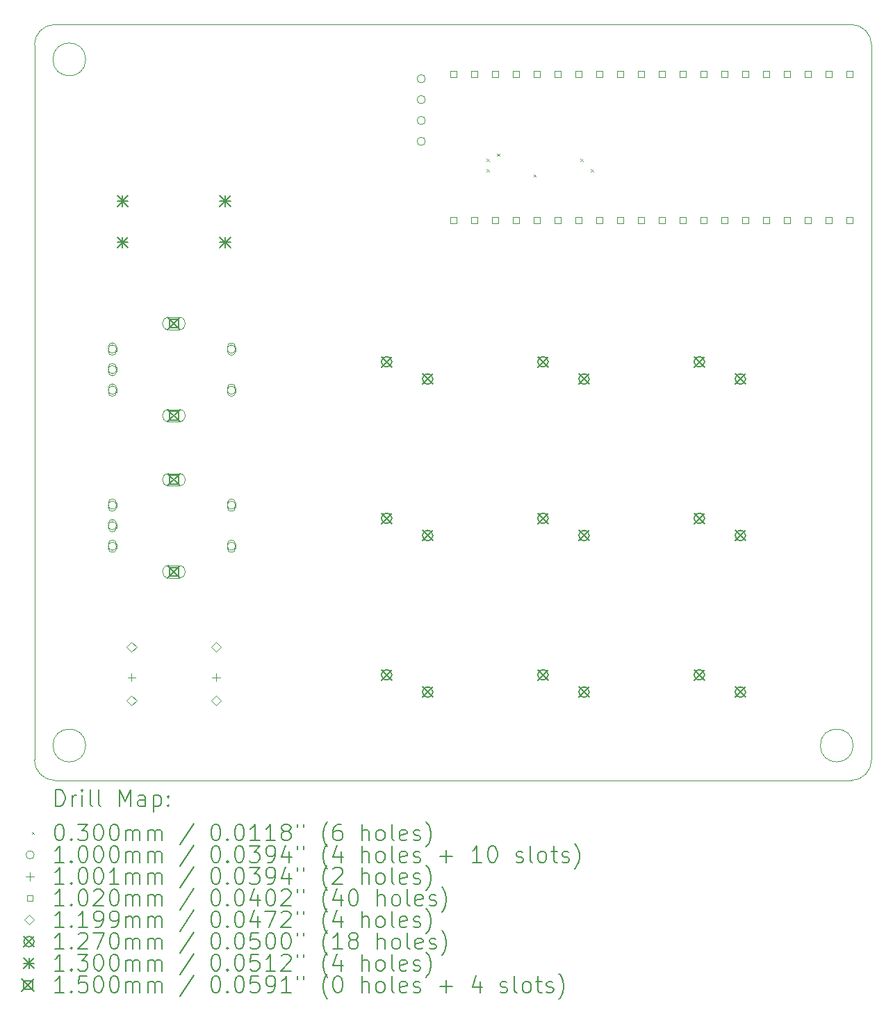
<source format=gbr>
%TF.GenerationSoftware,KiCad,Pcbnew,8.0.3*%
%TF.CreationDate,2024-07-24T11:50:29-04:00*%
%TF.ProjectId,macropad,6d616372-6f70-4616-942e-6b696361645f,1.0*%
%TF.SameCoordinates,Original*%
%TF.FileFunction,Drillmap*%
%TF.FilePolarity,Positive*%
%FSLAX45Y45*%
G04 Gerber Fmt 4.5, Leading zero omitted, Abs format (unit mm)*
G04 Created by KiCad (PCBNEW 8.0.3) date 2024-07-24 11:50:29*
%MOMM*%
%LPD*%
G01*
G04 APERTURE LIST*
%ADD10C,0.050000*%
%ADD11C,0.200000*%
%ADD12C,0.100000*%
%ADD13C,0.100076*%
%ADD14C,0.102000*%
%ADD15C,0.119888*%
%ADD16C,0.127000*%
%ADD17C,0.130000*%
%ADD18C,0.150000*%
G04 APERTURE END LIST*
D10*
X22629000Y-12825000D02*
G75*
G02*
X22229000Y-12825000I-200000J0D01*
G01*
X22229000Y-12825000D02*
G75*
G02*
X22629000Y-12825000I200000J0D01*
G01*
X13279000Y-12825000D02*
G75*
G02*
X12879000Y-12825000I-200000J0D01*
G01*
X12879000Y-12825000D02*
G75*
G02*
X13279000Y-12825000I200000J0D01*
G01*
X13279000Y-4475000D02*
G75*
G02*
X12879000Y-4475000I-200000J0D01*
G01*
X12879000Y-4475000D02*
G75*
G02*
X13279000Y-4475000I200000J0D01*
G01*
X22854000Y-13000000D02*
G75*
G02*
X22604000Y-13250000I-250000J0D01*
G01*
X22604000Y-4050000D02*
G75*
G02*
X22854000Y-4300000I0J-250000D01*
G01*
X12904000Y-13250000D02*
G75*
G02*
X12654000Y-13000000I0J250000D01*
G01*
X12654000Y-4300000D02*
G75*
G02*
X12904000Y-4050000I250000J0D01*
G01*
X22854000Y-4300000D02*
X22854000Y-13000000D01*
X22604000Y-13250000D02*
X12904000Y-13250000D01*
X12904000Y-4050000D02*
X22604000Y-4050000D01*
X12654000Y-13000000D02*
X12654000Y-4300000D01*
D11*
D12*
X18162000Y-5686000D02*
X18192000Y-5716000D01*
X18192000Y-5686000D02*
X18162000Y-5716000D01*
X18162000Y-5813000D02*
X18192000Y-5843000D01*
X18192000Y-5813000D02*
X18162000Y-5843000D01*
X18289000Y-5619000D02*
X18319000Y-5649000D01*
X18319000Y-5619000D02*
X18289000Y-5649000D01*
X18733500Y-5876500D02*
X18763500Y-5906500D01*
X18763500Y-5876500D02*
X18733500Y-5906500D01*
X19305000Y-5686000D02*
X19335000Y-5716000D01*
X19335000Y-5686000D02*
X19305000Y-5716000D01*
X19432000Y-5813000D02*
X19462000Y-5843000D01*
X19462000Y-5813000D02*
X19432000Y-5843000D01*
X13654000Y-8000000D02*
G75*
G02*
X13554000Y-8000000I-50000J0D01*
G01*
X13554000Y-8000000D02*
G75*
G02*
X13654000Y-8000000I50000J0D01*
G01*
X13554000Y-7975000D02*
X13554000Y-8025000D01*
X13654000Y-8025000D02*
G75*
G02*
X13554000Y-8025000I-50000J0D01*
G01*
X13654000Y-8025000D02*
X13654000Y-7975000D01*
X13654000Y-7975000D02*
G75*
G03*
X13554000Y-7975000I-50000J0D01*
G01*
X13654000Y-8250000D02*
G75*
G02*
X13554000Y-8250000I-50000J0D01*
G01*
X13554000Y-8250000D02*
G75*
G02*
X13654000Y-8250000I50000J0D01*
G01*
X13554000Y-8225000D02*
X13554000Y-8275000D01*
X13654000Y-8275000D02*
G75*
G02*
X13554000Y-8275000I-50000J0D01*
G01*
X13654000Y-8275000D02*
X13654000Y-8225000D01*
X13654000Y-8225000D02*
G75*
G03*
X13554000Y-8225000I-50000J0D01*
G01*
X13654000Y-8500000D02*
G75*
G02*
X13554000Y-8500000I-50000J0D01*
G01*
X13554000Y-8500000D02*
G75*
G02*
X13654000Y-8500000I50000J0D01*
G01*
X13554000Y-8475000D02*
X13554000Y-8525000D01*
X13654000Y-8525000D02*
G75*
G02*
X13554000Y-8525000I-50000J0D01*
G01*
X13654000Y-8525000D02*
X13654000Y-8475000D01*
X13654000Y-8475000D02*
G75*
G03*
X13554000Y-8475000I-50000J0D01*
G01*
X13654000Y-9900000D02*
G75*
G02*
X13554000Y-9900000I-50000J0D01*
G01*
X13554000Y-9900000D02*
G75*
G02*
X13654000Y-9900000I50000J0D01*
G01*
X13554000Y-9875000D02*
X13554000Y-9925000D01*
X13654000Y-9925000D02*
G75*
G02*
X13554000Y-9925000I-50000J0D01*
G01*
X13654000Y-9925000D02*
X13654000Y-9875000D01*
X13654000Y-9875000D02*
G75*
G03*
X13554000Y-9875000I-50000J0D01*
G01*
X13654000Y-10150000D02*
G75*
G02*
X13554000Y-10150000I-50000J0D01*
G01*
X13554000Y-10150000D02*
G75*
G02*
X13654000Y-10150000I50000J0D01*
G01*
X13554000Y-10125000D02*
X13554000Y-10175000D01*
X13654000Y-10175000D02*
G75*
G02*
X13554000Y-10175000I-50000J0D01*
G01*
X13654000Y-10175000D02*
X13654000Y-10125000D01*
X13654000Y-10125000D02*
G75*
G03*
X13554000Y-10125000I-50000J0D01*
G01*
X13654000Y-10400000D02*
G75*
G02*
X13554000Y-10400000I-50000J0D01*
G01*
X13554000Y-10400000D02*
G75*
G02*
X13654000Y-10400000I50000J0D01*
G01*
X13554000Y-10375000D02*
X13554000Y-10425000D01*
X13654000Y-10425000D02*
G75*
G02*
X13554000Y-10425000I-50000J0D01*
G01*
X13654000Y-10425000D02*
X13654000Y-10375000D01*
X13654000Y-10375000D02*
G75*
G03*
X13554000Y-10375000I-50000J0D01*
G01*
X15104000Y-8000000D02*
G75*
G02*
X15004000Y-8000000I-50000J0D01*
G01*
X15004000Y-8000000D02*
G75*
G02*
X15104000Y-8000000I50000J0D01*
G01*
X15004000Y-7975000D02*
X15004000Y-8025000D01*
X15104000Y-8025000D02*
G75*
G02*
X15004000Y-8025000I-50000J0D01*
G01*
X15104000Y-8025000D02*
X15104000Y-7975000D01*
X15104000Y-7975000D02*
G75*
G03*
X15004000Y-7975000I-50000J0D01*
G01*
X15104000Y-8500000D02*
G75*
G02*
X15004000Y-8500000I-50000J0D01*
G01*
X15004000Y-8500000D02*
G75*
G02*
X15104000Y-8500000I50000J0D01*
G01*
X15004000Y-8475000D02*
X15004000Y-8525000D01*
X15104000Y-8525000D02*
G75*
G02*
X15004000Y-8525000I-50000J0D01*
G01*
X15104000Y-8525000D02*
X15104000Y-8475000D01*
X15104000Y-8475000D02*
G75*
G03*
X15004000Y-8475000I-50000J0D01*
G01*
X15104000Y-9900000D02*
G75*
G02*
X15004000Y-9900000I-50000J0D01*
G01*
X15004000Y-9900000D02*
G75*
G02*
X15104000Y-9900000I50000J0D01*
G01*
X15004000Y-9875000D02*
X15004000Y-9925000D01*
X15104000Y-9925000D02*
G75*
G02*
X15004000Y-9925000I-50000J0D01*
G01*
X15104000Y-9925000D02*
X15104000Y-9875000D01*
X15104000Y-9875000D02*
G75*
G03*
X15004000Y-9875000I-50000J0D01*
G01*
X15104000Y-10400000D02*
G75*
G02*
X15004000Y-10400000I-50000J0D01*
G01*
X15004000Y-10400000D02*
G75*
G02*
X15104000Y-10400000I50000J0D01*
G01*
X15004000Y-10375000D02*
X15004000Y-10425000D01*
X15104000Y-10425000D02*
G75*
G02*
X15004000Y-10425000I-50000J0D01*
G01*
X15104000Y-10425000D02*
X15104000Y-10375000D01*
X15104000Y-10375000D02*
G75*
G03*
X15004000Y-10375000I-50000J0D01*
G01*
X17416494Y-4710596D02*
G75*
G02*
X17316494Y-4710596I-50000J0D01*
G01*
X17316494Y-4710596D02*
G75*
G02*
X17416494Y-4710596I50000J0D01*
G01*
X17416494Y-4964596D02*
G75*
G02*
X17316494Y-4964596I-50000J0D01*
G01*
X17316494Y-4964596D02*
G75*
G02*
X17416494Y-4964596I50000J0D01*
G01*
X17416494Y-5218596D02*
G75*
G02*
X17316494Y-5218596I-50000J0D01*
G01*
X17316494Y-5218596D02*
G75*
G02*
X17416494Y-5218596I50000J0D01*
G01*
X17416494Y-5472596D02*
G75*
G02*
X17316494Y-5472596I-50000J0D01*
G01*
X17316494Y-5472596D02*
G75*
G02*
X17416494Y-5472596I50000J0D01*
G01*
D13*
X13838888Y-11944962D02*
X13838888Y-12045038D01*
X13788850Y-11995000D02*
X13888926Y-11995000D01*
X14869112Y-11944962D02*
X14869112Y-12045038D01*
X14819074Y-11995000D02*
X14919150Y-11995000D01*
D14*
X17794263Y-4688763D02*
X17794263Y-4616637D01*
X17722137Y-4616637D01*
X17722137Y-4688763D01*
X17794263Y-4688763D01*
X17794263Y-6466763D02*
X17794263Y-6394637D01*
X17722137Y-6394637D01*
X17722137Y-6466763D01*
X17794263Y-6466763D01*
X18048263Y-4688763D02*
X18048263Y-4616637D01*
X17976137Y-4616637D01*
X17976137Y-4688763D01*
X18048263Y-4688763D01*
X18048263Y-6466763D02*
X18048263Y-6394637D01*
X17976137Y-6394637D01*
X17976137Y-6466763D01*
X18048263Y-6466763D01*
X18302263Y-4688763D02*
X18302263Y-4616637D01*
X18230137Y-4616637D01*
X18230137Y-4688763D01*
X18302263Y-4688763D01*
X18302263Y-6466763D02*
X18302263Y-6394637D01*
X18230137Y-6394637D01*
X18230137Y-6466763D01*
X18302263Y-6466763D01*
X18556263Y-4688763D02*
X18556263Y-4616637D01*
X18484137Y-4616637D01*
X18484137Y-4688763D01*
X18556263Y-4688763D01*
X18556263Y-6466763D02*
X18556263Y-6394637D01*
X18484137Y-6394637D01*
X18484137Y-6466763D01*
X18556263Y-6466763D01*
X18810263Y-4688763D02*
X18810263Y-4616637D01*
X18738137Y-4616637D01*
X18738137Y-4688763D01*
X18810263Y-4688763D01*
X18810263Y-6466763D02*
X18810263Y-6394637D01*
X18738137Y-6394637D01*
X18738137Y-6466763D01*
X18810263Y-6466763D01*
X19064263Y-4688763D02*
X19064263Y-4616637D01*
X18992137Y-4616637D01*
X18992137Y-4688763D01*
X19064263Y-4688763D01*
X19064263Y-6466763D02*
X19064263Y-6394637D01*
X18992137Y-6394637D01*
X18992137Y-6466763D01*
X19064263Y-6466763D01*
X19318263Y-4688763D02*
X19318263Y-4616637D01*
X19246137Y-4616637D01*
X19246137Y-4688763D01*
X19318263Y-4688763D01*
X19318263Y-6466763D02*
X19318263Y-6394637D01*
X19246137Y-6394637D01*
X19246137Y-6466763D01*
X19318263Y-6466763D01*
X19572263Y-4688763D02*
X19572263Y-4616637D01*
X19500137Y-4616637D01*
X19500137Y-4688763D01*
X19572263Y-4688763D01*
X19572263Y-6466763D02*
X19572263Y-6394637D01*
X19500137Y-6394637D01*
X19500137Y-6466763D01*
X19572263Y-6466763D01*
X19826263Y-4688763D02*
X19826263Y-4616637D01*
X19754137Y-4616637D01*
X19754137Y-4688763D01*
X19826263Y-4688763D01*
X19826263Y-6466763D02*
X19826263Y-6394637D01*
X19754137Y-6394637D01*
X19754137Y-6466763D01*
X19826263Y-6466763D01*
X20080263Y-4688763D02*
X20080263Y-4616637D01*
X20008137Y-4616637D01*
X20008137Y-4688763D01*
X20080263Y-4688763D01*
X20080263Y-6466763D02*
X20080263Y-6394637D01*
X20008137Y-6394637D01*
X20008137Y-6466763D01*
X20080263Y-6466763D01*
X20334263Y-4688763D02*
X20334263Y-4616637D01*
X20262137Y-4616637D01*
X20262137Y-4688763D01*
X20334263Y-4688763D01*
X20334263Y-6466763D02*
X20334263Y-6394637D01*
X20262137Y-6394637D01*
X20262137Y-6466763D01*
X20334263Y-6466763D01*
X20588263Y-4688763D02*
X20588263Y-4616637D01*
X20516137Y-4616637D01*
X20516137Y-4688763D01*
X20588263Y-4688763D01*
X20588263Y-6466763D02*
X20588263Y-6394637D01*
X20516137Y-6394637D01*
X20516137Y-6466763D01*
X20588263Y-6466763D01*
X20842263Y-4688763D02*
X20842263Y-4616637D01*
X20770137Y-4616637D01*
X20770137Y-4688763D01*
X20842263Y-4688763D01*
X20842263Y-6466763D02*
X20842263Y-6394637D01*
X20770137Y-6394637D01*
X20770137Y-6466763D01*
X20842263Y-6466763D01*
X21096263Y-4688763D02*
X21096263Y-4616637D01*
X21024137Y-4616637D01*
X21024137Y-4688763D01*
X21096263Y-4688763D01*
X21096263Y-6466763D02*
X21096263Y-6394637D01*
X21024137Y-6394637D01*
X21024137Y-6466763D01*
X21096263Y-6466763D01*
X21350263Y-4688763D02*
X21350263Y-4616637D01*
X21278137Y-4616637D01*
X21278137Y-4688763D01*
X21350263Y-4688763D01*
X21350263Y-6466763D02*
X21350263Y-6394637D01*
X21278137Y-6394637D01*
X21278137Y-6466763D01*
X21350263Y-6466763D01*
X21604263Y-4688763D02*
X21604263Y-4616637D01*
X21532137Y-4616637D01*
X21532137Y-4688763D01*
X21604263Y-4688763D01*
X21604263Y-6466763D02*
X21604263Y-6394637D01*
X21532137Y-6394637D01*
X21532137Y-6466763D01*
X21604263Y-6466763D01*
X21858263Y-4688763D02*
X21858263Y-4616637D01*
X21786137Y-4616637D01*
X21786137Y-4688763D01*
X21858263Y-4688763D01*
X21858263Y-6466763D02*
X21858263Y-6394637D01*
X21786137Y-6394637D01*
X21786137Y-6466763D01*
X21858263Y-6466763D01*
X22112263Y-4688763D02*
X22112263Y-4616637D01*
X22040137Y-4616637D01*
X22040137Y-4688763D01*
X22112263Y-4688763D01*
X22112263Y-6466763D02*
X22112263Y-6394637D01*
X22040137Y-6394637D01*
X22040137Y-6466763D01*
X22112263Y-6466763D01*
X22366263Y-4688763D02*
X22366263Y-4616637D01*
X22294137Y-4616637D01*
X22294137Y-4688763D01*
X22366263Y-4688763D01*
X22366263Y-6466763D02*
X22366263Y-6394637D01*
X22294137Y-6394637D01*
X22294137Y-6466763D01*
X22366263Y-6466763D01*
X22620263Y-4688763D02*
X22620263Y-4616637D01*
X22548137Y-4616637D01*
X22548137Y-4688763D01*
X22620263Y-4688763D01*
X22620263Y-6466763D02*
X22620263Y-6394637D01*
X22548137Y-6394637D01*
X22548137Y-6466763D01*
X22620263Y-6466763D01*
D15*
X13838888Y-11684824D02*
X13898832Y-11624880D01*
X13838888Y-11564936D01*
X13778944Y-11624880D01*
X13838888Y-11684824D01*
X13838888Y-12335064D02*
X13898832Y-12275120D01*
X13838888Y-12215176D01*
X13778944Y-12275120D01*
X13838888Y-12335064D01*
X14869112Y-11684824D02*
X14929056Y-11624880D01*
X14869112Y-11564936D01*
X14809168Y-11624880D01*
X14869112Y-11684824D01*
X14869112Y-12335064D02*
X14929056Y-12275120D01*
X14869112Y-12215176D01*
X14809168Y-12275120D01*
X14869112Y-12335064D01*
D16*
X16881500Y-8091500D02*
X17008500Y-8218500D01*
X17008500Y-8091500D02*
X16881500Y-8218500D01*
X17008500Y-8155000D02*
G75*
G02*
X16881500Y-8155000I-63500J0D01*
G01*
X16881500Y-8155000D02*
G75*
G02*
X17008500Y-8155000I63500J0D01*
G01*
X16881500Y-9996500D02*
X17008500Y-10123500D01*
X17008500Y-9996500D02*
X16881500Y-10123500D01*
X17008500Y-10060000D02*
G75*
G02*
X16881500Y-10060000I-63500J0D01*
G01*
X16881500Y-10060000D02*
G75*
G02*
X17008500Y-10060000I63500J0D01*
G01*
X16881500Y-11901500D02*
X17008500Y-12028500D01*
X17008500Y-11901500D02*
X16881500Y-12028500D01*
X17008500Y-11965000D02*
G75*
G02*
X16881500Y-11965000I-63500J0D01*
G01*
X16881500Y-11965000D02*
G75*
G02*
X17008500Y-11965000I63500J0D01*
G01*
X17381500Y-8301500D02*
X17508500Y-8428500D01*
X17508500Y-8301500D02*
X17381500Y-8428500D01*
X17508500Y-8365000D02*
G75*
G02*
X17381500Y-8365000I-63500J0D01*
G01*
X17381500Y-8365000D02*
G75*
G02*
X17508500Y-8365000I63500J0D01*
G01*
X17381500Y-10206500D02*
X17508500Y-10333500D01*
X17508500Y-10206500D02*
X17381500Y-10333500D01*
X17508500Y-10270000D02*
G75*
G02*
X17381500Y-10270000I-63500J0D01*
G01*
X17381500Y-10270000D02*
G75*
G02*
X17508500Y-10270000I63500J0D01*
G01*
X17381500Y-12111500D02*
X17508500Y-12238500D01*
X17508500Y-12111500D02*
X17381500Y-12238500D01*
X17508500Y-12175000D02*
G75*
G02*
X17381500Y-12175000I-63500J0D01*
G01*
X17381500Y-12175000D02*
G75*
G02*
X17508500Y-12175000I63500J0D01*
G01*
X18786500Y-8091500D02*
X18913500Y-8218500D01*
X18913500Y-8091500D02*
X18786500Y-8218500D01*
X18913500Y-8155000D02*
G75*
G02*
X18786500Y-8155000I-63500J0D01*
G01*
X18786500Y-8155000D02*
G75*
G02*
X18913500Y-8155000I63500J0D01*
G01*
X18786500Y-9996500D02*
X18913500Y-10123500D01*
X18913500Y-9996500D02*
X18786500Y-10123500D01*
X18913500Y-10060000D02*
G75*
G02*
X18786500Y-10060000I-63500J0D01*
G01*
X18786500Y-10060000D02*
G75*
G02*
X18913500Y-10060000I63500J0D01*
G01*
X18786500Y-11901500D02*
X18913500Y-12028500D01*
X18913500Y-11901500D02*
X18786500Y-12028500D01*
X18913500Y-11965000D02*
G75*
G02*
X18786500Y-11965000I-63500J0D01*
G01*
X18786500Y-11965000D02*
G75*
G02*
X18913500Y-11965000I63500J0D01*
G01*
X19286500Y-8301500D02*
X19413500Y-8428500D01*
X19413500Y-8301500D02*
X19286500Y-8428500D01*
X19413500Y-8365000D02*
G75*
G02*
X19286500Y-8365000I-63500J0D01*
G01*
X19286500Y-8365000D02*
G75*
G02*
X19413500Y-8365000I63500J0D01*
G01*
X19286500Y-10206500D02*
X19413500Y-10333500D01*
X19413500Y-10206500D02*
X19286500Y-10333500D01*
X19413500Y-10270000D02*
G75*
G02*
X19286500Y-10270000I-63500J0D01*
G01*
X19286500Y-10270000D02*
G75*
G02*
X19413500Y-10270000I63500J0D01*
G01*
X19286500Y-12111500D02*
X19413500Y-12238500D01*
X19413500Y-12111500D02*
X19286500Y-12238500D01*
X19413500Y-12175000D02*
G75*
G02*
X19286500Y-12175000I-63500J0D01*
G01*
X19286500Y-12175000D02*
G75*
G02*
X19413500Y-12175000I63500J0D01*
G01*
X20691500Y-8091500D02*
X20818500Y-8218500D01*
X20818500Y-8091500D02*
X20691500Y-8218500D01*
X20818500Y-8155000D02*
G75*
G02*
X20691500Y-8155000I-63500J0D01*
G01*
X20691500Y-8155000D02*
G75*
G02*
X20818500Y-8155000I63500J0D01*
G01*
X20691500Y-9996500D02*
X20818500Y-10123500D01*
X20818500Y-9996500D02*
X20691500Y-10123500D01*
X20818500Y-10060000D02*
G75*
G02*
X20691500Y-10060000I-63500J0D01*
G01*
X20691500Y-10060000D02*
G75*
G02*
X20818500Y-10060000I63500J0D01*
G01*
X20691500Y-11901500D02*
X20818500Y-12028500D01*
X20818500Y-11901500D02*
X20691500Y-12028500D01*
X20818500Y-11965000D02*
G75*
G02*
X20691500Y-11965000I-63500J0D01*
G01*
X20691500Y-11965000D02*
G75*
G02*
X20818500Y-11965000I63500J0D01*
G01*
X21191500Y-8301500D02*
X21318500Y-8428500D01*
X21318500Y-8301500D02*
X21191500Y-8428500D01*
X21318500Y-8365000D02*
G75*
G02*
X21191500Y-8365000I-63500J0D01*
G01*
X21191500Y-8365000D02*
G75*
G02*
X21318500Y-8365000I63500J0D01*
G01*
X21191500Y-10206500D02*
X21318500Y-10333500D01*
X21318500Y-10206500D02*
X21191500Y-10333500D01*
X21318500Y-10270000D02*
G75*
G02*
X21191500Y-10270000I-63500J0D01*
G01*
X21191500Y-10270000D02*
G75*
G02*
X21318500Y-10270000I63500J0D01*
G01*
X21191500Y-12111500D02*
X21318500Y-12238500D01*
X21318500Y-12111500D02*
X21191500Y-12238500D01*
X21318500Y-12175000D02*
G75*
G02*
X21191500Y-12175000I-63500J0D01*
G01*
X21191500Y-12175000D02*
G75*
G02*
X21318500Y-12175000I63500J0D01*
G01*
D17*
X13664000Y-6135000D02*
X13794000Y-6265000D01*
X13794000Y-6135000D02*
X13664000Y-6265000D01*
X13729000Y-6135000D02*
X13729000Y-6265000D01*
X13664000Y-6200000D02*
X13794000Y-6200000D01*
X13664000Y-6635000D02*
X13794000Y-6765000D01*
X13794000Y-6635000D02*
X13664000Y-6765000D01*
X13729000Y-6635000D02*
X13729000Y-6765000D01*
X13664000Y-6700000D02*
X13794000Y-6700000D01*
X14914000Y-6135000D02*
X15044000Y-6265000D01*
X15044000Y-6135000D02*
X14914000Y-6265000D01*
X14979000Y-6135000D02*
X14979000Y-6265000D01*
X14914000Y-6200000D02*
X15044000Y-6200000D01*
X14914000Y-6635000D02*
X15044000Y-6765000D01*
X15044000Y-6635000D02*
X14914000Y-6765000D01*
X14979000Y-6635000D02*
X14979000Y-6765000D01*
X14914000Y-6700000D02*
X15044000Y-6700000D01*
D18*
X14279000Y-7615000D02*
X14429000Y-7765000D01*
X14429000Y-7615000D02*
X14279000Y-7765000D01*
X14407033Y-7743033D02*
X14407033Y-7636966D01*
X14300966Y-7636966D01*
X14300966Y-7743033D01*
X14407033Y-7743033D01*
D12*
X14289000Y-7765000D02*
X14419000Y-7765000D01*
X14419000Y-7615000D02*
G75*
G02*
X14419000Y-7765000I0J-75000D01*
G01*
X14419000Y-7615000D02*
X14289000Y-7615000D01*
X14289000Y-7615000D02*
G75*
G03*
X14289000Y-7765000I0J-75000D01*
G01*
D18*
X14279000Y-8735000D02*
X14429000Y-8885000D01*
X14429000Y-8735000D02*
X14279000Y-8885000D01*
X14407033Y-8863034D02*
X14407033Y-8756967D01*
X14300966Y-8756967D01*
X14300966Y-8863034D01*
X14407033Y-8863034D01*
D12*
X14289000Y-8885000D02*
X14419000Y-8885000D01*
X14419000Y-8735000D02*
G75*
G02*
X14419000Y-8885000I0J-75000D01*
G01*
X14419000Y-8735000D02*
X14289000Y-8735000D01*
X14289000Y-8735000D02*
G75*
G03*
X14289000Y-8885000I0J-75000D01*
G01*
D18*
X14279000Y-9515000D02*
X14429000Y-9665000D01*
X14429000Y-9515000D02*
X14279000Y-9665000D01*
X14407033Y-9643034D02*
X14407033Y-9536967D01*
X14300966Y-9536967D01*
X14300966Y-9643034D01*
X14407033Y-9643034D01*
D12*
X14289000Y-9665000D02*
X14419000Y-9665000D01*
X14419000Y-9515000D02*
G75*
G02*
X14419000Y-9665000I0J-75000D01*
G01*
X14419000Y-9515000D02*
X14289000Y-9515000D01*
X14289000Y-9515000D02*
G75*
G03*
X14289000Y-9665000I0J-75000D01*
G01*
D18*
X14279000Y-10635000D02*
X14429000Y-10785000D01*
X14429000Y-10635000D02*
X14279000Y-10785000D01*
X14407033Y-10763034D02*
X14407033Y-10656967D01*
X14300966Y-10656967D01*
X14300966Y-10763034D01*
X14407033Y-10763034D01*
D12*
X14289000Y-10785000D02*
X14419000Y-10785000D01*
X14419000Y-10635000D02*
G75*
G02*
X14419000Y-10785000I0J-75000D01*
G01*
X14419000Y-10635000D02*
X14289000Y-10635000D01*
X14289000Y-10635000D02*
G75*
G03*
X14289000Y-10785000I0J-75000D01*
G01*
D11*
X12912277Y-13563984D02*
X12912277Y-13363984D01*
X12912277Y-13363984D02*
X12959896Y-13363984D01*
X12959896Y-13363984D02*
X12988467Y-13373508D01*
X12988467Y-13373508D02*
X13007515Y-13392555D01*
X13007515Y-13392555D02*
X13017039Y-13411603D01*
X13017039Y-13411603D02*
X13026562Y-13449698D01*
X13026562Y-13449698D02*
X13026562Y-13478269D01*
X13026562Y-13478269D02*
X13017039Y-13516365D01*
X13017039Y-13516365D02*
X13007515Y-13535412D01*
X13007515Y-13535412D02*
X12988467Y-13554460D01*
X12988467Y-13554460D02*
X12959896Y-13563984D01*
X12959896Y-13563984D02*
X12912277Y-13563984D01*
X13112277Y-13563984D02*
X13112277Y-13430650D01*
X13112277Y-13468746D02*
X13121801Y-13449698D01*
X13121801Y-13449698D02*
X13131324Y-13440174D01*
X13131324Y-13440174D02*
X13150372Y-13430650D01*
X13150372Y-13430650D02*
X13169420Y-13430650D01*
X13236086Y-13563984D02*
X13236086Y-13430650D01*
X13236086Y-13363984D02*
X13226562Y-13373508D01*
X13226562Y-13373508D02*
X13236086Y-13383031D01*
X13236086Y-13383031D02*
X13245610Y-13373508D01*
X13245610Y-13373508D02*
X13236086Y-13363984D01*
X13236086Y-13363984D02*
X13236086Y-13383031D01*
X13359896Y-13563984D02*
X13340848Y-13554460D01*
X13340848Y-13554460D02*
X13331324Y-13535412D01*
X13331324Y-13535412D02*
X13331324Y-13363984D01*
X13464658Y-13563984D02*
X13445610Y-13554460D01*
X13445610Y-13554460D02*
X13436086Y-13535412D01*
X13436086Y-13535412D02*
X13436086Y-13363984D01*
X13693229Y-13563984D02*
X13693229Y-13363984D01*
X13693229Y-13363984D02*
X13759896Y-13506841D01*
X13759896Y-13506841D02*
X13826562Y-13363984D01*
X13826562Y-13363984D02*
X13826562Y-13563984D01*
X14007515Y-13563984D02*
X14007515Y-13459222D01*
X14007515Y-13459222D02*
X13997991Y-13440174D01*
X13997991Y-13440174D02*
X13978943Y-13430650D01*
X13978943Y-13430650D02*
X13940848Y-13430650D01*
X13940848Y-13430650D02*
X13921801Y-13440174D01*
X14007515Y-13554460D02*
X13988467Y-13563984D01*
X13988467Y-13563984D02*
X13940848Y-13563984D01*
X13940848Y-13563984D02*
X13921801Y-13554460D01*
X13921801Y-13554460D02*
X13912277Y-13535412D01*
X13912277Y-13535412D02*
X13912277Y-13516365D01*
X13912277Y-13516365D02*
X13921801Y-13497317D01*
X13921801Y-13497317D02*
X13940848Y-13487793D01*
X13940848Y-13487793D02*
X13988467Y-13487793D01*
X13988467Y-13487793D02*
X14007515Y-13478269D01*
X14102753Y-13430650D02*
X14102753Y-13630650D01*
X14102753Y-13440174D02*
X14121801Y-13430650D01*
X14121801Y-13430650D02*
X14159896Y-13430650D01*
X14159896Y-13430650D02*
X14178943Y-13440174D01*
X14178943Y-13440174D02*
X14188467Y-13449698D01*
X14188467Y-13449698D02*
X14197991Y-13468746D01*
X14197991Y-13468746D02*
X14197991Y-13525888D01*
X14197991Y-13525888D02*
X14188467Y-13544936D01*
X14188467Y-13544936D02*
X14178943Y-13554460D01*
X14178943Y-13554460D02*
X14159896Y-13563984D01*
X14159896Y-13563984D02*
X14121801Y-13563984D01*
X14121801Y-13563984D02*
X14102753Y-13554460D01*
X14283705Y-13544936D02*
X14293229Y-13554460D01*
X14293229Y-13554460D02*
X14283705Y-13563984D01*
X14283705Y-13563984D02*
X14274182Y-13554460D01*
X14274182Y-13554460D02*
X14283705Y-13544936D01*
X14283705Y-13544936D02*
X14283705Y-13563984D01*
X14283705Y-13440174D02*
X14293229Y-13449698D01*
X14293229Y-13449698D02*
X14283705Y-13459222D01*
X14283705Y-13459222D02*
X14274182Y-13449698D01*
X14274182Y-13449698D02*
X14283705Y-13440174D01*
X14283705Y-13440174D02*
X14283705Y-13459222D01*
D12*
X12621500Y-13877500D02*
X12651500Y-13907500D01*
X12651500Y-13877500D02*
X12621500Y-13907500D01*
D11*
X12950372Y-13783984D02*
X12969420Y-13783984D01*
X12969420Y-13783984D02*
X12988467Y-13793508D01*
X12988467Y-13793508D02*
X12997991Y-13803031D01*
X12997991Y-13803031D02*
X13007515Y-13822079D01*
X13007515Y-13822079D02*
X13017039Y-13860174D01*
X13017039Y-13860174D02*
X13017039Y-13907793D01*
X13017039Y-13907793D02*
X13007515Y-13945888D01*
X13007515Y-13945888D02*
X12997991Y-13964936D01*
X12997991Y-13964936D02*
X12988467Y-13974460D01*
X12988467Y-13974460D02*
X12969420Y-13983984D01*
X12969420Y-13983984D02*
X12950372Y-13983984D01*
X12950372Y-13983984D02*
X12931324Y-13974460D01*
X12931324Y-13974460D02*
X12921801Y-13964936D01*
X12921801Y-13964936D02*
X12912277Y-13945888D01*
X12912277Y-13945888D02*
X12902753Y-13907793D01*
X12902753Y-13907793D02*
X12902753Y-13860174D01*
X12902753Y-13860174D02*
X12912277Y-13822079D01*
X12912277Y-13822079D02*
X12921801Y-13803031D01*
X12921801Y-13803031D02*
X12931324Y-13793508D01*
X12931324Y-13793508D02*
X12950372Y-13783984D01*
X13102753Y-13964936D02*
X13112277Y-13974460D01*
X13112277Y-13974460D02*
X13102753Y-13983984D01*
X13102753Y-13983984D02*
X13093229Y-13974460D01*
X13093229Y-13974460D02*
X13102753Y-13964936D01*
X13102753Y-13964936D02*
X13102753Y-13983984D01*
X13178943Y-13783984D02*
X13302753Y-13783984D01*
X13302753Y-13783984D02*
X13236086Y-13860174D01*
X13236086Y-13860174D02*
X13264658Y-13860174D01*
X13264658Y-13860174D02*
X13283705Y-13869698D01*
X13283705Y-13869698D02*
X13293229Y-13879222D01*
X13293229Y-13879222D02*
X13302753Y-13898269D01*
X13302753Y-13898269D02*
X13302753Y-13945888D01*
X13302753Y-13945888D02*
X13293229Y-13964936D01*
X13293229Y-13964936D02*
X13283705Y-13974460D01*
X13283705Y-13974460D02*
X13264658Y-13983984D01*
X13264658Y-13983984D02*
X13207515Y-13983984D01*
X13207515Y-13983984D02*
X13188467Y-13974460D01*
X13188467Y-13974460D02*
X13178943Y-13964936D01*
X13426562Y-13783984D02*
X13445610Y-13783984D01*
X13445610Y-13783984D02*
X13464658Y-13793508D01*
X13464658Y-13793508D02*
X13474182Y-13803031D01*
X13474182Y-13803031D02*
X13483705Y-13822079D01*
X13483705Y-13822079D02*
X13493229Y-13860174D01*
X13493229Y-13860174D02*
X13493229Y-13907793D01*
X13493229Y-13907793D02*
X13483705Y-13945888D01*
X13483705Y-13945888D02*
X13474182Y-13964936D01*
X13474182Y-13964936D02*
X13464658Y-13974460D01*
X13464658Y-13974460D02*
X13445610Y-13983984D01*
X13445610Y-13983984D02*
X13426562Y-13983984D01*
X13426562Y-13983984D02*
X13407515Y-13974460D01*
X13407515Y-13974460D02*
X13397991Y-13964936D01*
X13397991Y-13964936D02*
X13388467Y-13945888D01*
X13388467Y-13945888D02*
X13378943Y-13907793D01*
X13378943Y-13907793D02*
X13378943Y-13860174D01*
X13378943Y-13860174D02*
X13388467Y-13822079D01*
X13388467Y-13822079D02*
X13397991Y-13803031D01*
X13397991Y-13803031D02*
X13407515Y-13793508D01*
X13407515Y-13793508D02*
X13426562Y-13783984D01*
X13617039Y-13783984D02*
X13636086Y-13783984D01*
X13636086Y-13783984D02*
X13655134Y-13793508D01*
X13655134Y-13793508D02*
X13664658Y-13803031D01*
X13664658Y-13803031D02*
X13674182Y-13822079D01*
X13674182Y-13822079D02*
X13683705Y-13860174D01*
X13683705Y-13860174D02*
X13683705Y-13907793D01*
X13683705Y-13907793D02*
X13674182Y-13945888D01*
X13674182Y-13945888D02*
X13664658Y-13964936D01*
X13664658Y-13964936D02*
X13655134Y-13974460D01*
X13655134Y-13974460D02*
X13636086Y-13983984D01*
X13636086Y-13983984D02*
X13617039Y-13983984D01*
X13617039Y-13983984D02*
X13597991Y-13974460D01*
X13597991Y-13974460D02*
X13588467Y-13964936D01*
X13588467Y-13964936D02*
X13578943Y-13945888D01*
X13578943Y-13945888D02*
X13569420Y-13907793D01*
X13569420Y-13907793D02*
X13569420Y-13860174D01*
X13569420Y-13860174D02*
X13578943Y-13822079D01*
X13578943Y-13822079D02*
X13588467Y-13803031D01*
X13588467Y-13803031D02*
X13597991Y-13793508D01*
X13597991Y-13793508D02*
X13617039Y-13783984D01*
X13769420Y-13983984D02*
X13769420Y-13850650D01*
X13769420Y-13869698D02*
X13778943Y-13860174D01*
X13778943Y-13860174D02*
X13797991Y-13850650D01*
X13797991Y-13850650D02*
X13826563Y-13850650D01*
X13826563Y-13850650D02*
X13845610Y-13860174D01*
X13845610Y-13860174D02*
X13855134Y-13879222D01*
X13855134Y-13879222D02*
X13855134Y-13983984D01*
X13855134Y-13879222D02*
X13864658Y-13860174D01*
X13864658Y-13860174D02*
X13883705Y-13850650D01*
X13883705Y-13850650D02*
X13912277Y-13850650D01*
X13912277Y-13850650D02*
X13931324Y-13860174D01*
X13931324Y-13860174D02*
X13940848Y-13879222D01*
X13940848Y-13879222D02*
X13940848Y-13983984D01*
X14036086Y-13983984D02*
X14036086Y-13850650D01*
X14036086Y-13869698D02*
X14045610Y-13860174D01*
X14045610Y-13860174D02*
X14064658Y-13850650D01*
X14064658Y-13850650D02*
X14093229Y-13850650D01*
X14093229Y-13850650D02*
X14112277Y-13860174D01*
X14112277Y-13860174D02*
X14121801Y-13879222D01*
X14121801Y-13879222D02*
X14121801Y-13983984D01*
X14121801Y-13879222D02*
X14131324Y-13860174D01*
X14131324Y-13860174D02*
X14150372Y-13850650D01*
X14150372Y-13850650D02*
X14178943Y-13850650D01*
X14178943Y-13850650D02*
X14197991Y-13860174D01*
X14197991Y-13860174D02*
X14207515Y-13879222D01*
X14207515Y-13879222D02*
X14207515Y-13983984D01*
X14597991Y-13774460D02*
X14426563Y-14031603D01*
X14855134Y-13783984D02*
X14874182Y-13783984D01*
X14874182Y-13783984D02*
X14893229Y-13793508D01*
X14893229Y-13793508D02*
X14902753Y-13803031D01*
X14902753Y-13803031D02*
X14912277Y-13822079D01*
X14912277Y-13822079D02*
X14921801Y-13860174D01*
X14921801Y-13860174D02*
X14921801Y-13907793D01*
X14921801Y-13907793D02*
X14912277Y-13945888D01*
X14912277Y-13945888D02*
X14902753Y-13964936D01*
X14902753Y-13964936D02*
X14893229Y-13974460D01*
X14893229Y-13974460D02*
X14874182Y-13983984D01*
X14874182Y-13983984D02*
X14855134Y-13983984D01*
X14855134Y-13983984D02*
X14836086Y-13974460D01*
X14836086Y-13974460D02*
X14826563Y-13964936D01*
X14826563Y-13964936D02*
X14817039Y-13945888D01*
X14817039Y-13945888D02*
X14807515Y-13907793D01*
X14807515Y-13907793D02*
X14807515Y-13860174D01*
X14807515Y-13860174D02*
X14817039Y-13822079D01*
X14817039Y-13822079D02*
X14826563Y-13803031D01*
X14826563Y-13803031D02*
X14836086Y-13793508D01*
X14836086Y-13793508D02*
X14855134Y-13783984D01*
X15007515Y-13964936D02*
X15017039Y-13974460D01*
X15017039Y-13974460D02*
X15007515Y-13983984D01*
X15007515Y-13983984D02*
X14997991Y-13974460D01*
X14997991Y-13974460D02*
X15007515Y-13964936D01*
X15007515Y-13964936D02*
X15007515Y-13983984D01*
X15140848Y-13783984D02*
X15159896Y-13783984D01*
X15159896Y-13783984D02*
X15178944Y-13793508D01*
X15178944Y-13793508D02*
X15188467Y-13803031D01*
X15188467Y-13803031D02*
X15197991Y-13822079D01*
X15197991Y-13822079D02*
X15207515Y-13860174D01*
X15207515Y-13860174D02*
X15207515Y-13907793D01*
X15207515Y-13907793D02*
X15197991Y-13945888D01*
X15197991Y-13945888D02*
X15188467Y-13964936D01*
X15188467Y-13964936D02*
X15178944Y-13974460D01*
X15178944Y-13974460D02*
X15159896Y-13983984D01*
X15159896Y-13983984D02*
X15140848Y-13983984D01*
X15140848Y-13983984D02*
X15121801Y-13974460D01*
X15121801Y-13974460D02*
X15112277Y-13964936D01*
X15112277Y-13964936D02*
X15102753Y-13945888D01*
X15102753Y-13945888D02*
X15093229Y-13907793D01*
X15093229Y-13907793D02*
X15093229Y-13860174D01*
X15093229Y-13860174D02*
X15102753Y-13822079D01*
X15102753Y-13822079D02*
X15112277Y-13803031D01*
X15112277Y-13803031D02*
X15121801Y-13793508D01*
X15121801Y-13793508D02*
X15140848Y-13783984D01*
X15397991Y-13983984D02*
X15283706Y-13983984D01*
X15340848Y-13983984D02*
X15340848Y-13783984D01*
X15340848Y-13783984D02*
X15321801Y-13812555D01*
X15321801Y-13812555D02*
X15302753Y-13831603D01*
X15302753Y-13831603D02*
X15283706Y-13841127D01*
X15588467Y-13983984D02*
X15474182Y-13983984D01*
X15531325Y-13983984D02*
X15531325Y-13783984D01*
X15531325Y-13783984D02*
X15512277Y-13812555D01*
X15512277Y-13812555D02*
X15493229Y-13831603D01*
X15493229Y-13831603D02*
X15474182Y-13841127D01*
X15702753Y-13869698D02*
X15683706Y-13860174D01*
X15683706Y-13860174D02*
X15674182Y-13850650D01*
X15674182Y-13850650D02*
X15664658Y-13831603D01*
X15664658Y-13831603D02*
X15664658Y-13822079D01*
X15664658Y-13822079D02*
X15674182Y-13803031D01*
X15674182Y-13803031D02*
X15683706Y-13793508D01*
X15683706Y-13793508D02*
X15702753Y-13783984D01*
X15702753Y-13783984D02*
X15740848Y-13783984D01*
X15740848Y-13783984D02*
X15759896Y-13793508D01*
X15759896Y-13793508D02*
X15769420Y-13803031D01*
X15769420Y-13803031D02*
X15778944Y-13822079D01*
X15778944Y-13822079D02*
X15778944Y-13831603D01*
X15778944Y-13831603D02*
X15769420Y-13850650D01*
X15769420Y-13850650D02*
X15759896Y-13860174D01*
X15759896Y-13860174D02*
X15740848Y-13869698D01*
X15740848Y-13869698D02*
X15702753Y-13869698D01*
X15702753Y-13869698D02*
X15683706Y-13879222D01*
X15683706Y-13879222D02*
X15674182Y-13888746D01*
X15674182Y-13888746D02*
X15664658Y-13907793D01*
X15664658Y-13907793D02*
X15664658Y-13945888D01*
X15664658Y-13945888D02*
X15674182Y-13964936D01*
X15674182Y-13964936D02*
X15683706Y-13974460D01*
X15683706Y-13974460D02*
X15702753Y-13983984D01*
X15702753Y-13983984D02*
X15740848Y-13983984D01*
X15740848Y-13983984D02*
X15759896Y-13974460D01*
X15759896Y-13974460D02*
X15769420Y-13964936D01*
X15769420Y-13964936D02*
X15778944Y-13945888D01*
X15778944Y-13945888D02*
X15778944Y-13907793D01*
X15778944Y-13907793D02*
X15769420Y-13888746D01*
X15769420Y-13888746D02*
X15759896Y-13879222D01*
X15759896Y-13879222D02*
X15740848Y-13869698D01*
X15855134Y-13783984D02*
X15855134Y-13822079D01*
X15931325Y-13783984D02*
X15931325Y-13822079D01*
X16226563Y-14060174D02*
X16217039Y-14050650D01*
X16217039Y-14050650D02*
X16197991Y-14022079D01*
X16197991Y-14022079D02*
X16188468Y-14003031D01*
X16188468Y-14003031D02*
X16178944Y-13974460D01*
X16178944Y-13974460D02*
X16169420Y-13926841D01*
X16169420Y-13926841D02*
X16169420Y-13888746D01*
X16169420Y-13888746D02*
X16178944Y-13841127D01*
X16178944Y-13841127D02*
X16188468Y-13812555D01*
X16188468Y-13812555D02*
X16197991Y-13793508D01*
X16197991Y-13793508D02*
X16217039Y-13764936D01*
X16217039Y-13764936D02*
X16226563Y-13755412D01*
X16388468Y-13783984D02*
X16350372Y-13783984D01*
X16350372Y-13783984D02*
X16331325Y-13793508D01*
X16331325Y-13793508D02*
X16321801Y-13803031D01*
X16321801Y-13803031D02*
X16302753Y-13831603D01*
X16302753Y-13831603D02*
X16293229Y-13869698D01*
X16293229Y-13869698D02*
X16293229Y-13945888D01*
X16293229Y-13945888D02*
X16302753Y-13964936D01*
X16302753Y-13964936D02*
X16312277Y-13974460D01*
X16312277Y-13974460D02*
X16331325Y-13983984D01*
X16331325Y-13983984D02*
X16369420Y-13983984D01*
X16369420Y-13983984D02*
X16388468Y-13974460D01*
X16388468Y-13974460D02*
X16397991Y-13964936D01*
X16397991Y-13964936D02*
X16407515Y-13945888D01*
X16407515Y-13945888D02*
X16407515Y-13898269D01*
X16407515Y-13898269D02*
X16397991Y-13879222D01*
X16397991Y-13879222D02*
X16388468Y-13869698D01*
X16388468Y-13869698D02*
X16369420Y-13860174D01*
X16369420Y-13860174D02*
X16331325Y-13860174D01*
X16331325Y-13860174D02*
X16312277Y-13869698D01*
X16312277Y-13869698D02*
X16302753Y-13879222D01*
X16302753Y-13879222D02*
X16293229Y-13898269D01*
X16645610Y-13983984D02*
X16645610Y-13783984D01*
X16731325Y-13983984D02*
X16731325Y-13879222D01*
X16731325Y-13879222D02*
X16721801Y-13860174D01*
X16721801Y-13860174D02*
X16702753Y-13850650D01*
X16702753Y-13850650D02*
X16674182Y-13850650D01*
X16674182Y-13850650D02*
X16655134Y-13860174D01*
X16655134Y-13860174D02*
X16645610Y-13869698D01*
X16855134Y-13983984D02*
X16836087Y-13974460D01*
X16836087Y-13974460D02*
X16826563Y-13964936D01*
X16826563Y-13964936D02*
X16817039Y-13945888D01*
X16817039Y-13945888D02*
X16817039Y-13888746D01*
X16817039Y-13888746D02*
X16826563Y-13869698D01*
X16826563Y-13869698D02*
X16836087Y-13860174D01*
X16836087Y-13860174D02*
X16855134Y-13850650D01*
X16855134Y-13850650D02*
X16883706Y-13850650D01*
X16883706Y-13850650D02*
X16902753Y-13860174D01*
X16902753Y-13860174D02*
X16912277Y-13869698D01*
X16912277Y-13869698D02*
X16921801Y-13888746D01*
X16921801Y-13888746D02*
X16921801Y-13945888D01*
X16921801Y-13945888D02*
X16912277Y-13964936D01*
X16912277Y-13964936D02*
X16902753Y-13974460D01*
X16902753Y-13974460D02*
X16883706Y-13983984D01*
X16883706Y-13983984D02*
X16855134Y-13983984D01*
X17036087Y-13983984D02*
X17017039Y-13974460D01*
X17017039Y-13974460D02*
X17007515Y-13955412D01*
X17007515Y-13955412D02*
X17007515Y-13783984D01*
X17188468Y-13974460D02*
X17169420Y-13983984D01*
X17169420Y-13983984D02*
X17131325Y-13983984D01*
X17131325Y-13983984D02*
X17112277Y-13974460D01*
X17112277Y-13974460D02*
X17102753Y-13955412D01*
X17102753Y-13955412D02*
X17102753Y-13879222D01*
X17102753Y-13879222D02*
X17112277Y-13860174D01*
X17112277Y-13860174D02*
X17131325Y-13850650D01*
X17131325Y-13850650D02*
X17169420Y-13850650D01*
X17169420Y-13850650D02*
X17188468Y-13860174D01*
X17188468Y-13860174D02*
X17197992Y-13879222D01*
X17197992Y-13879222D02*
X17197992Y-13898269D01*
X17197992Y-13898269D02*
X17102753Y-13917317D01*
X17274182Y-13974460D02*
X17293230Y-13983984D01*
X17293230Y-13983984D02*
X17331325Y-13983984D01*
X17331325Y-13983984D02*
X17350373Y-13974460D01*
X17350373Y-13974460D02*
X17359896Y-13955412D01*
X17359896Y-13955412D02*
X17359896Y-13945888D01*
X17359896Y-13945888D02*
X17350373Y-13926841D01*
X17350373Y-13926841D02*
X17331325Y-13917317D01*
X17331325Y-13917317D02*
X17302753Y-13917317D01*
X17302753Y-13917317D02*
X17283706Y-13907793D01*
X17283706Y-13907793D02*
X17274182Y-13888746D01*
X17274182Y-13888746D02*
X17274182Y-13879222D01*
X17274182Y-13879222D02*
X17283706Y-13860174D01*
X17283706Y-13860174D02*
X17302753Y-13850650D01*
X17302753Y-13850650D02*
X17331325Y-13850650D01*
X17331325Y-13850650D02*
X17350373Y-13860174D01*
X17426563Y-14060174D02*
X17436087Y-14050650D01*
X17436087Y-14050650D02*
X17455134Y-14022079D01*
X17455134Y-14022079D02*
X17464658Y-14003031D01*
X17464658Y-14003031D02*
X17474182Y-13974460D01*
X17474182Y-13974460D02*
X17483706Y-13926841D01*
X17483706Y-13926841D02*
X17483706Y-13888746D01*
X17483706Y-13888746D02*
X17474182Y-13841127D01*
X17474182Y-13841127D02*
X17464658Y-13812555D01*
X17464658Y-13812555D02*
X17455134Y-13793508D01*
X17455134Y-13793508D02*
X17436087Y-13764936D01*
X17436087Y-13764936D02*
X17426563Y-13755412D01*
D12*
X12651500Y-14156500D02*
G75*
G02*
X12551500Y-14156500I-50000J0D01*
G01*
X12551500Y-14156500D02*
G75*
G02*
X12651500Y-14156500I50000J0D01*
G01*
D11*
X13017039Y-14247984D02*
X12902753Y-14247984D01*
X12959896Y-14247984D02*
X12959896Y-14047984D01*
X12959896Y-14047984D02*
X12940848Y-14076555D01*
X12940848Y-14076555D02*
X12921801Y-14095603D01*
X12921801Y-14095603D02*
X12902753Y-14105127D01*
X13102753Y-14228936D02*
X13112277Y-14238460D01*
X13112277Y-14238460D02*
X13102753Y-14247984D01*
X13102753Y-14247984D02*
X13093229Y-14238460D01*
X13093229Y-14238460D02*
X13102753Y-14228936D01*
X13102753Y-14228936D02*
X13102753Y-14247984D01*
X13236086Y-14047984D02*
X13255134Y-14047984D01*
X13255134Y-14047984D02*
X13274182Y-14057508D01*
X13274182Y-14057508D02*
X13283705Y-14067031D01*
X13283705Y-14067031D02*
X13293229Y-14086079D01*
X13293229Y-14086079D02*
X13302753Y-14124174D01*
X13302753Y-14124174D02*
X13302753Y-14171793D01*
X13302753Y-14171793D02*
X13293229Y-14209888D01*
X13293229Y-14209888D02*
X13283705Y-14228936D01*
X13283705Y-14228936D02*
X13274182Y-14238460D01*
X13274182Y-14238460D02*
X13255134Y-14247984D01*
X13255134Y-14247984D02*
X13236086Y-14247984D01*
X13236086Y-14247984D02*
X13217039Y-14238460D01*
X13217039Y-14238460D02*
X13207515Y-14228936D01*
X13207515Y-14228936D02*
X13197991Y-14209888D01*
X13197991Y-14209888D02*
X13188467Y-14171793D01*
X13188467Y-14171793D02*
X13188467Y-14124174D01*
X13188467Y-14124174D02*
X13197991Y-14086079D01*
X13197991Y-14086079D02*
X13207515Y-14067031D01*
X13207515Y-14067031D02*
X13217039Y-14057508D01*
X13217039Y-14057508D02*
X13236086Y-14047984D01*
X13426562Y-14047984D02*
X13445610Y-14047984D01*
X13445610Y-14047984D02*
X13464658Y-14057508D01*
X13464658Y-14057508D02*
X13474182Y-14067031D01*
X13474182Y-14067031D02*
X13483705Y-14086079D01*
X13483705Y-14086079D02*
X13493229Y-14124174D01*
X13493229Y-14124174D02*
X13493229Y-14171793D01*
X13493229Y-14171793D02*
X13483705Y-14209888D01*
X13483705Y-14209888D02*
X13474182Y-14228936D01*
X13474182Y-14228936D02*
X13464658Y-14238460D01*
X13464658Y-14238460D02*
X13445610Y-14247984D01*
X13445610Y-14247984D02*
X13426562Y-14247984D01*
X13426562Y-14247984D02*
X13407515Y-14238460D01*
X13407515Y-14238460D02*
X13397991Y-14228936D01*
X13397991Y-14228936D02*
X13388467Y-14209888D01*
X13388467Y-14209888D02*
X13378943Y-14171793D01*
X13378943Y-14171793D02*
X13378943Y-14124174D01*
X13378943Y-14124174D02*
X13388467Y-14086079D01*
X13388467Y-14086079D02*
X13397991Y-14067031D01*
X13397991Y-14067031D02*
X13407515Y-14057508D01*
X13407515Y-14057508D02*
X13426562Y-14047984D01*
X13617039Y-14047984D02*
X13636086Y-14047984D01*
X13636086Y-14047984D02*
X13655134Y-14057508D01*
X13655134Y-14057508D02*
X13664658Y-14067031D01*
X13664658Y-14067031D02*
X13674182Y-14086079D01*
X13674182Y-14086079D02*
X13683705Y-14124174D01*
X13683705Y-14124174D02*
X13683705Y-14171793D01*
X13683705Y-14171793D02*
X13674182Y-14209888D01*
X13674182Y-14209888D02*
X13664658Y-14228936D01*
X13664658Y-14228936D02*
X13655134Y-14238460D01*
X13655134Y-14238460D02*
X13636086Y-14247984D01*
X13636086Y-14247984D02*
X13617039Y-14247984D01*
X13617039Y-14247984D02*
X13597991Y-14238460D01*
X13597991Y-14238460D02*
X13588467Y-14228936D01*
X13588467Y-14228936D02*
X13578943Y-14209888D01*
X13578943Y-14209888D02*
X13569420Y-14171793D01*
X13569420Y-14171793D02*
X13569420Y-14124174D01*
X13569420Y-14124174D02*
X13578943Y-14086079D01*
X13578943Y-14086079D02*
X13588467Y-14067031D01*
X13588467Y-14067031D02*
X13597991Y-14057508D01*
X13597991Y-14057508D02*
X13617039Y-14047984D01*
X13769420Y-14247984D02*
X13769420Y-14114650D01*
X13769420Y-14133698D02*
X13778943Y-14124174D01*
X13778943Y-14124174D02*
X13797991Y-14114650D01*
X13797991Y-14114650D02*
X13826563Y-14114650D01*
X13826563Y-14114650D02*
X13845610Y-14124174D01*
X13845610Y-14124174D02*
X13855134Y-14143222D01*
X13855134Y-14143222D02*
X13855134Y-14247984D01*
X13855134Y-14143222D02*
X13864658Y-14124174D01*
X13864658Y-14124174D02*
X13883705Y-14114650D01*
X13883705Y-14114650D02*
X13912277Y-14114650D01*
X13912277Y-14114650D02*
X13931324Y-14124174D01*
X13931324Y-14124174D02*
X13940848Y-14143222D01*
X13940848Y-14143222D02*
X13940848Y-14247984D01*
X14036086Y-14247984D02*
X14036086Y-14114650D01*
X14036086Y-14133698D02*
X14045610Y-14124174D01*
X14045610Y-14124174D02*
X14064658Y-14114650D01*
X14064658Y-14114650D02*
X14093229Y-14114650D01*
X14093229Y-14114650D02*
X14112277Y-14124174D01*
X14112277Y-14124174D02*
X14121801Y-14143222D01*
X14121801Y-14143222D02*
X14121801Y-14247984D01*
X14121801Y-14143222D02*
X14131324Y-14124174D01*
X14131324Y-14124174D02*
X14150372Y-14114650D01*
X14150372Y-14114650D02*
X14178943Y-14114650D01*
X14178943Y-14114650D02*
X14197991Y-14124174D01*
X14197991Y-14124174D02*
X14207515Y-14143222D01*
X14207515Y-14143222D02*
X14207515Y-14247984D01*
X14597991Y-14038460D02*
X14426563Y-14295603D01*
X14855134Y-14047984D02*
X14874182Y-14047984D01*
X14874182Y-14047984D02*
X14893229Y-14057508D01*
X14893229Y-14057508D02*
X14902753Y-14067031D01*
X14902753Y-14067031D02*
X14912277Y-14086079D01*
X14912277Y-14086079D02*
X14921801Y-14124174D01*
X14921801Y-14124174D02*
X14921801Y-14171793D01*
X14921801Y-14171793D02*
X14912277Y-14209888D01*
X14912277Y-14209888D02*
X14902753Y-14228936D01*
X14902753Y-14228936D02*
X14893229Y-14238460D01*
X14893229Y-14238460D02*
X14874182Y-14247984D01*
X14874182Y-14247984D02*
X14855134Y-14247984D01*
X14855134Y-14247984D02*
X14836086Y-14238460D01*
X14836086Y-14238460D02*
X14826563Y-14228936D01*
X14826563Y-14228936D02*
X14817039Y-14209888D01*
X14817039Y-14209888D02*
X14807515Y-14171793D01*
X14807515Y-14171793D02*
X14807515Y-14124174D01*
X14807515Y-14124174D02*
X14817039Y-14086079D01*
X14817039Y-14086079D02*
X14826563Y-14067031D01*
X14826563Y-14067031D02*
X14836086Y-14057508D01*
X14836086Y-14057508D02*
X14855134Y-14047984D01*
X15007515Y-14228936D02*
X15017039Y-14238460D01*
X15017039Y-14238460D02*
X15007515Y-14247984D01*
X15007515Y-14247984D02*
X14997991Y-14238460D01*
X14997991Y-14238460D02*
X15007515Y-14228936D01*
X15007515Y-14228936D02*
X15007515Y-14247984D01*
X15140848Y-14047984D02*
X15159896Y-14047984D01*
X15159896Y-14047984D02*
X15178944Y-14057508D01*
X15178944Y-14057508D02*
X15188467Y-14067031D01*
X15188467Y-14067031D02*
X15197991Y-14086079D01*
X15197991Y-14086079D02*
X15207515Y-14124174D01*
X15207515Y-14124174D02*
X15207515Y-14171793D01*
X15207515Y-14171793D02*
X15197991Y-14209888D01*
X15197991Y-14209888D02*
X15188467Y-14228936D01*
X15188467Y-14228936D02*
X15178944Y-14238460D01*
X15178944Y-14238460D02*
X15159896Y-14247984D01*
X15159896Y-14247984D02*
X15140848Y-14247984D01*
X15140848Y-14247984D02*
X15121801Y-14238460D01*
X15121801Y-14238460D02*
X15112277Y-14228936D01*
X15112277Y-14228936D02*
X15102753Y-14209888D01*
X15102753Y-14209888D02*
X15093229Y-14171793D01*
X15093229Y-14171793D02*
X15093229Y-14124174D01*
X15093229Y-14124174D02*
X15102753Y-14086079D01*
X15102753Y-14086079D02*
X15112277Y-14067031D01*
X15112277Y-14067031D02*
X15121801Y-14057508D01*
X15121801Y-14057508D02*
X15140848Y-14047984D01*
X15274182Y-14047984D02*
X15397991Y-14047984D01*
X15397991Y-14047984D02*
X15331325Y-14124174D01*
X15331325Y-14124174D02*
X15359896Y-14124174D01*
X15359896Y-14124174D02*
X15378944Y-14133698D01*
X15378944Y-14133698D02*
X15388467Y-14143222D01*
X15388467Y-14143222D02*
X15397991Y-14162269D01*
X15397991Y-14162269D02*
X15397991Y-14209888D01*
X15397991Y-14209888D02*
X15388467Y-14228936D01*
X15388467Y-14228936D02*
X15378944Y-14238460D01*
X15378944Y-14238460D02*
X15359896Y-14247984D01*
X15359896Y-14247984D02*
X15302753Y-14247984D01*
X15302753Y-14247984D02*
X15283706Y-14238460D01*
X15283706Y-14238460D02*
X15274182Y-14228936D01*
X15493229Y-14247984D02*
X15531325Y-14247984D01*
X15531325Y-14247984D02*
X15550372Y-14238460D01*
X15550372Y-14238460D02*
X15559896Y-14228936D01*
X15559896Y-14228936D02*
X15578944Y-14200365D01*
X15578944Y-14200365D02*
X15588467Y-14162269D01*
X15588467Y-14162269D02*
X15588467Y-14086079D01*
X15588467Y-14086079D02*
X15578944Y-14067031D01*
X15578944Y-14067031D02*
X15569420Y-14057508D01*
X15569420Y-14057508D02*
X15550372Y-14047984D01*
X15550372Y-14047984D02*
X15512277Y-14047984D01*
X15512277Y-14047984D02*
X15493229Y-14057508D01*
X15493229Y-14057508D02*
X15483706Y-14067031D01*
X15483706Y-14067031D02*
X15474182Y-14086079D01*
X15474182Y-14086079D02*
X15474182Y-14133698D01*
X15474182Y-14133698D02*
X15483706Y-14152746D01*
X15483706Y-14152746D02*
X15493229Y-14162269D01*
X15493229Y-14162269D02*
X15512277Y-14171793D01*
X15512277Y-14171793D02*
X15550372Y-14171793D01*
X15550372Y-14171793D02*
X15569420Y-14162269D01*
X15569420Y-14162269D02*
X15578944Y-14152746D01*
X15578944Y-14152746D02*
X15588467Y-14133698D01*
X15759896Y-14114650D02*
X15759896Y-14247984D01*
X15712277Y-14038460D02*
X15664658Y-14181317D01*
X15664658Y-14181317D02*
X15788467Y-14181317D01*
X15855134Y-14047984D02*
X15855134Y-14086079D01*
X15931325Y-14047984D02*
X15931325Y-14086079D01*
X16226563Y-14324174D02*
X16217039Y-14314650D01*
X16217039Y-14314650D02*
X16197991Y-14286079D01*
X16197991Y-14286079D02*
X16188468Y-14267031D01*
X16188468Y-14267031D02*
X16178944Y-14238460D01*
X16178944Y-14238460D02*
X16169420Y-14190841D01*
X16169420Y-14190841D02*
X16169420Y-14152746D01*
X16169420Y-14152746D02*
X16178944Y-14105127D01*
X16178944Y-14105127D02*
X16188468Y-14076555D01*
X16188468Y-14076555D02*
X16197991Y-14057508D01*
X16197991Y-14057508D02*
X16217039Y-14028936D01*
X16217039Y-14028936D02*
X16226563Y-14019412D01*
X16388468Y-14114650D02*
X16388468Y-14247984D01*
X16340848Y-14038460D02*
X16293229Y-14181317D01*
X16293229Y-14181317D02*
X16417039Y-14181317D01*
X16645610Y-14247984D02*
X16645610Y-14047984D01*
X16731325Y-14247984D02*
X16731325Y-14143222D01*
X16731325Y-14143222D02*
X16721801Y-14124174D01*
X16721801Y-14124174D02*
X16702753Y-14114650D01*
X16702753Y-14114650D02*
X16674182Y-14114650D01*
X16674182Y-14114650D02*
X16655134Y-14124174D01*
X16655134Y-14124174D02*
X16645610Y-14133698D01*
X16855134Y-14247984D02*
X16836087Y-14238460D01*
X16836087Y-14238460D02*
X16826563Y-14228936D01*
X16826563Y-14228936D02*
X16817039Y-14209888D01*
X16817039Y-14209888D02*
X16817039Y-14152746D01*
X16817039Y-14152746D02*
X16826563Y-14133698D01*
X16826563Y-14133698D02*
X16836087Y-14124174D01*
X16836087Y-14124174D02*
X16855134Y-14114650D01*
X16855134Y-14114650D02*
X16883706Y-14114650D01*
X16883706Y-14114650D02*
X16902753Y-14124174D01*
X16902753Y-14124174D02*
X16912277Y-14133698D01*
X16912277Y-14133698D02*
X16921801Y-14152746D01*
X16921801Y-14152746D02*
X16921801Y-14209888D01*
X16921801Y-14209888D02*
X16912277Y-14228936D01*
X16912277Y-14228936D02*
X16902753Y-14238460D01*
X16902753Y-14238460D02*
X16883706Y-14247984D01*
X16883706Y-14247984D02*
X16855134Y-14247984D01*
X17036087Y-14247984D02*
X17017039Y-14238460D01*
X17017039Y-14238460D02*
X17007515Y-14219412D01*
X17007515Y-14219412D02*
X17007515Y-14047984D01*
X17188468Y-14238460D02*
X17169420Y-14247984D01*
X17169420Y-14247984D02*
X17131325Y-14247984D01*
X17131325Y-14247984D02*
X17112277Y-14238460D01*
X17112277Y-14238460D02*
X17102753Y-14219412D01*
X17102753Y-14219412D02*
X17102753Y-14143222D01*
X17102753Y-14143222D02*
X17112277Y-14124174D01*
X17112277Y-14124174D02*
X17131325Y-14114650D01*
X17131325Y-14114650D02*
X17169420Y-14114650D01*
X17169420Y-14114650D02*
X17188468Y-14124174D01*
X17188468Y-14124174D02*
X17197992Y-14143222D01*
X17197992Y-14143222D02*
X17197992Y-14162269D01*
X17197992Y-14162269D02*
X17102753Y-14181317D01*
X17274182Y-14238460D02*
X17293230Y-14247984D01*
X17293230Y-14247984D02*
X17331325Y-14247984D01*
X17331325Y-14247984D02*
X17350373Y-14238460D01*
X17350373Y-14238460D02*
X17359896Y-14219412D01*
X17359896Y-14219412D02*
X17359896Y-14209888D01*
X17359896Y-14209888D02*
X17350373Y-14190841D01*
X17350373Y-14190841D02*
X17331325Y-14181317D01*
X17331325Y-14181317D02*
X17302753Y-14181317D01*
X17302753Y-14181317D02*
X17283706Y-14171793D01*
X17283706Y-14171793D02*
X17274182Y-14152746D01*
X17274182Y-14152746D02*
X17274182Y-14143222D01*
X17274182Y-14143222D02*
X17283706Y-14124174D01*
X17283706Y-14124174D02*
X17302753Y-14114650D01*
X17302753Y-14114650D02*
X17331325Y-14114650D01*
X17331325Y-14114650D02*
X17350373Y-14124174D01*
X17597992Y-14171793D02*
X17750373Y-14171793D01*
X17674182Y-14247984D02*
X17674182Y-14095603D01*
X18102754Y-14247984D02*
X17988468Y-14247984D01*
X18045611Y-14247984D02*
X18045611Y-14047984D01*
X18045611Y-14047984D02*
X18026563Y-14076555D01*
X18026563Y-14076555D02*
X18007515Y-14095603D01*
X18007515Y-14095603D02*
X17988468Y-14105127D01*
X18226563Y-14047984D02*
X18245611Y-14047984D01*
X18245611Y-14047984D02*
X18264658Y-14057508D01*
X18264658Y-14057508D02*
X18274182Y-14067031D01*
X18274182Y-14067031D02*
X18283706Y-14086079D01*
X18283706Y-14086079D02*
X18293230Y-14124174D01*
X18293230Y-14124174D02*
X18293230Y-14171793D01*
X18293230Y-14171793D02*
X18283706Y-14209888D01*
X18283706Y-14209888D02*
X18274182Y-14228936D01*
X18274182Y-14228936D02*
X18264658Y-14238460D01*
X18264658Y-14238460D02*
X18245611Y-14247984D01*
X18245611Y-14247984D02*
X18226563Y-14247984D01*
X18226563Y-14247984D02*
X18207515Y-14238460D01*
X18207515Y-14238460D02*
X18197992Y-14228936D01*
X18197992Y-14228936D02*
X18188468Y-14209888D01*
X18188468Y-14209888D02*
X18178944Y-14171793D01*
X18178944Y-14171793D02*
X18178944Y-14124174D01*
X18178944Y-14124174D02*
X18188468Y-14086079D01*
X18188468Y-14086079D02*
X18197992Y-14067031D01*
X18197992Y-14067031D02*
X18207515Y-14057508D01*
X18207515Y-14057508D02*
X18226563Y-14047984D01*
X18521801Y-14238460D02*
X18540849Y-14247984D01*
X18540849Y-14247984D02*
X18578944Y-14247984D01*
X18578944Y-14247984D02*
X18597992Y-14238460D01*
X18597992Y-14238460D02*
X18607516Y-14219412D01*
X18607516Y-14219412D02*
X18607516Y-14209888D01*
X18607516Y-14209888D02*
X18597992Y-14190841D01*
X18597992Y-14190841D02*
X18578944Y-14181317D01*
X18578944Y-14181317D02*
X18550373Y-14181317D01*
X18550373Y-14181317D02*
X18531325Y-14171793D01*
X18531325Y-14171793D02*
X18521801Y-14152746D01*
X18521801Y-14152746D02*
X18521801Y-14143222D01*
X18521801Y-14143222D02*
X18531325Y-14124174D01*
X18531325Y-14124174D02*
X18550373Y-14114650D01*
X18550373Y-14114650D02*
X18578944Y-14114650D01*
X18578944Y-14114650D02*
X18597992Y-14124174D01*
X18721801Y-14247984D02*
X18702754Y-14238460D01*
X18702754Y-14238460D02*
X18693230Y-14219412D01*
X18693230Y-14219412D02*
X18693230Y-14047984D01*
X18826563Y-14247984D02*
X18807516Y-14238460D01*
X18807516Y-14238460D02*
X18797992Y-14228936D01*
X18797992Y-14228936D02*
X18788468Y-14209888D01*
X18788468Y-14209888D02*
X18788468Y-14152746D01*
X18788468Y-14152746D02*
X18797992Y-14133698D01*
X18797992Y-14133698D02*
X18807516Y-14124174D01*
X18807516Y-14124174D02*
X18826563Y-14114650D01*
X18826563Y-14114650D02*
X18855135Y-14114650D01*
X18855135Y-14114650D02*
X18874182Y-14124174D01*
X18874182Y-14124174D02*
X18883706Y-14133698D01*
X18883706Y-14133698D02*
X18893230Y-14152746D01*
X18893230Y-14152746D02*
X18893230Y-14209888D01*
X18893230Y-14209888D02*
X18883706Y-14228936D01*
X18883706Y-14228936D02*
X18874182Y-14238460D01*
X18874182Y-14238460D02*
X18855135Y-14247984D01*
X18855135Y-14247984D02*
X18826563Y-14247984D01*
X18950373Y-14114650D02*
X19026563Y-14114650D01*
X18978944Y-14047984D02*
X18978944Y-14219412D01*
X18978944Y-14219412D02*
X18988468Y-14238460D01*
X18988468Y-14238460D02*
X19007516Y-14247984D01*
X19007516Y-14247984D02*
X19026563Y-14247984D01*
X19083706Y-14238460D02*
X19102754Y-14247984D01*
X19102754Y-14247984D02*
X19140849Y-14247984D01*
X19140849Y-14247984D02*
X19159897Y-14238460D01*
X19159897Y-14238460D02*
X19169420Y-14219412D01*
X19169420Y-14219412D02*
X19169420Y-14209888D01*
X19169420Y-14209888D02*
X19159897Y-14190841D01*
X19159897Y-14190841D02*
X19140849Y-14181317D01*
X19140849Y-14181317D02*
X19112277Y-14181317D01*
X19112277Y-14181317D02*
X19093230Y-14171793D01*
X19093230Y-14171793D02*
X19083706Y-14152746D01*
X19083706Y-14152746D02*
X19083706Y-14143222D01*
X19083706Y-14143222D02*
X19093230Y-14124174D01*
X19093230Y-14124174D02*
X19112277Y-14114650D01*
X19112277Y-14114650D02*
X19140849Y-14114650D01*
X19140849Y-14114650D02*
X19159897Y-14124174D01*
X19236087Y-14324174D02*
X19245611Y-14314650D01*
X19245611Y-14314650D02*
X19264658Y-14286079D01*
X19264658Y-14286079D02*
X19274182Y-14267031D01*
X19274182Y-14267031D02*
X19283706Y-14238460D01*
X19283706Y-14238460D02*
X19293230Y-14190841D01*
X19293230Y-14190841D02*
X19293230Y-14152746D01*
X19293230Y-14152746D02*
X19283706Y-14105127D01*
X19283706Y-14105127D02*
X19274182Y-14076555D01*
X19274182Y-14076555D02*
X19264658Y-14057508D01*
X19264658Y-14057508D02*
X19245611Y-14028936D01*
X19245611Y-14028936D02*
X19236087Y-14019412D01*
D13*
X12601462Y-14370462D02*
X12601462Y-14470538D01*
X12551424Y-14420500D02*
X12651500Y-14420500D01*
D11*
X13017039Y-14511984D02*
X12902753Y-14511984D01*
X12959896Y-14511984D02*
X12959896Y-14311984D01*
X12959896Y-14311984D02*
X12940848Y-14340555D01*
X12940848Y-14340555D02*
X12921801Y-14359603D01*
X12921801Y-14359603D02*
X12902753Y-14369127D01*
X13102753Y-14492936D02*
X13112277Y-14502460D01*
X13112277Y-14502460D02*
X13102753Y-14511984D01*
X13102753Y-14511984D02*
X13093229Y-14502460D01*
X13093229Y-14502460D02*
X13102753Y-14492936D01*
X13102753Y-14492936D02*
X13102753Y-14511984D01*
X13236086Y-14311984D02*
X13255134Y-14311984D01*
X13255134Y-14311984D02*
X13274182Y-14321508D01*
X13274182Y-14321508D02*
X13283705Y-14331031D01*
X13283705Y-14331031D02*
X13293229Y-14350079D01*
X13293229Y-14350079D02*
X13302753Y-14388174D01*
X13302753Y-14388174D02*
X13302753Y-14435793D01*
X13302753Y-14435793D02*
X13293229Y-14473888D01*
X13293229Y-14473888D02*
X13283705Y-14492936D01*
X13283705Y-14492936D02*
X13274182Y-14502460D01*
X13274182Y-14502460D02*
X13255134Y-14511984D01*
X13255134Y-14511984D02*
X13236086Y-14511984D01*
X13236086Y-14511984D02*
X13217039Y-14502460D01*
X13217039Y-14502460D02*
X13207515Y-14492936D01*
X13207515Y-14492936D02*
X13197991Y-14473888D01*
X13197991Y-14473888D02*
X13188467Y-14435793D01*
X13188467Y-14435793D02*
X13188467Y-14388174D01*
X13188467Y-14388174D02*
X13197991Y-14350079D01*
X13197991Y-14350079D02*
X13207515Y-14331031D01*
X13207515Y-14331031D02*
X13217039Y-14321508D01*
X13217039Y-14321508D02*
X13236086Y-14311984D01*
X13426562Y-14311984D02*
X13445610Y-14311984D01*
X13445610Y-14311984D02*
X13464658Y-14321508D01*
X13464658Y-14321508D02*
X13474182Y-14331031D01*
X13474182Y-14331031D02*
X13483705Y-14350079D01*
X13483705Y-14350079D02*
X13493229Y-14388174D01*
X13493229Y-14388174D02*
X13493229Y-14435793D01*
X13493229Y-14435793D02*
X13483705Y-14473888D01*
X13483705Y-14473888D02*
X13474182Y-14492936D01*
X13474182Y-14492936D02*
X13464658Y-14502460D01*
X13464658Y-14502460D02*
X13445610Y-14511984D01*
X13445610Y-14511984D02*
X13426562Y-14511984D01*
X13426562Y-14511984D02*
X13407515Y-14502460D01*
X13407515Y-14502460D02*
X13397991Y-14492936D01*
X13397991Y-14492936D02*
X13388467Y-14473888D01*
X13388467Y-14473888D02*
X13378943Y-14435793D01*
X13378943Y-14435793D02*
X13378943Y-14388174D01*
X13378943Y-14388174D02*
X13388467Y-14350079D01*
X13388467Y-14350079D02*
X13397991Y-14331031D01*
X13397991Y-14331031D02*
X13407515Y-14321508D01*
X13407515Y-14321508D02*
X13426562Y-14311984D01*
X13683705Y-14511984D02*
X13569420Y-14511984D01*
X13626562Y-14511984D02*
X13626562Y-14311984D01*
X13626562Y-14311984D02*
X13607515Y-14340555D01*
X13607515Y-14340555D02*
X13588467Y-14359603D01*
X13588467Y-14359603D02*
X13569420Y-14369127D01*
X13769420Y-14511984D02*
X13769420Y-14378650D01*
X13769420Y-14397698D02*
X13778943Y-14388174D01*
X13778943Y-14388174D02*
X13797991Y-14378650D01*
X13797991Y-14378650D02*
X13826563Y-14378650D01*
X13826563Y-14378650D02*
X13845610Y-14388174D01*
X13845610Y-14388174D02*
X13855134Y-14407222D01*
X13855134Y-14407222D02*
X13855134Y-14511984D01*
X13855134Y-14407222D02*
X13864658Y-14388174D01*
X13864658Y-14388174D02*
X13883705Y-14378650D01*
X13883705Y-14378650D02*
X13912277Y-14378650D01*
X13912277Y-14378650D02*
X13931324Y-14388174D01*
X13931324Y-14388174D02*
X13940848Y-14407222D01*
X13940848Y-14407222D02*
X13940848Y-14511984D01*
X14036086Y-14511984D02*
X14036086Y-14378650D01*
X14036086Y-14397698D02*
X14045610Y-14388174D01*
X14045610Y-14388174D02*
X14064658Y-14378650D01*
X14064658Y-14378650D02*
X14093229Y-14378650D01*
X14093229Y-14378650D02*
X14112277Y-14388174D01*
X14112277Y-14388174D02*
X14121801Y-14407222D01*
X14121801Y-14407222D02*
X14121801Y-14511984D01*
X14121801Y-14407222D02*
X14131324Y-14388174D01*
X14131324Y-14388174D02*
X14150372Y-14378650D01*
X14150372Y-14378650D02*
X14178943Y-14378650D01*
X14178943Y-14378650D02*
X14197991Y-14388174D01*
X14197991Y-14388174D02*
X14207515Y-14407222D01*
X14207515Y-14407222D02*
X14207515Y-14511984D01*
X14597991Y-14302460D02*
X14426563Y-14559603D01*
X14855134Y-14311984D02*
X14874182Y-14311984D01*
X14874182Y-14311984D02*
X14893229Y-14321508D01*
X14893229Y-14321508D02*
X14902753Y-14331031D01*
X14902753Y-14331031D02*
X14912277Y-14350079D01*
X14912277Y-14350079D02*
X14921801Y-14388174D01*
X14921801Y-14388174D02*
X14921801Y-14435793D01*
X14921801Y-14435793D02*
X14912277Y-14473888D01*
X14912277Y-14473888D02*
X14902753Y-14492936D01*
X14902753Y-14492936D02*
X14893229Y-14502460D01*
X14893229Y-14502460D02*
X14874182Y-14511984D01*
X14874182Y-14511984D02*
X14855134Y-14511984D01*
X14855134Y-14511984D02*
X14836086Y-14502460D01*
X14836086Y-14502460D02*
X14826563Y-14492936D01*
X14826563Y-14492936D02*
X14817039Y-14473888D01*
X14817039Y-14473888D02*
X14807515Y-14435793D01*
X14807515Y-14435793D02*
X14807515Y-14388174D01*
X14807515Y-14388174D02*
X14817039Y-14350079D01*
X14817039Y-14350079D02*
X14826563Y-14331031D01*
X14826563Y-14331031D02*
X14836086Y-14321508D01*
X14836086Y-14321508D02*
X14855134Y-14311984D01*
X15007515Y-14492936D02*
X15017039Y-14502460D01*
X15017039Y-14502460D02*
X15007515Y-14511984D01*
X15007515Y-14511984D02*
X14997991Y-14502460D01*
X14997991Y-14502460D02*
X15007515Y-14492936D01*
X15007515Y-14492936D02*
X15007515Y-14511984D01*
X15140848Y-14311984D02*
X15159896Y-14311984D01*
X15159896Y-14311984D02*
X15178944Y-14321508D01*
X15178944Y-14321508D02*
X15188467Y-14331031D01*
X15188467Y-14331031D02*
X15197991Y-14350079D01*
X15197991Y-14350079D02*
X15207515Y-14388174D01*
X15207515Y-14388174D02*
X15207515Y-14435793D01*
X15207515Y-14435793D02*
X15197991Y-14473888D01*
X15197991Y-14473888D02*
X15188467Y-14492936D01*
X15188467Y-14492936D02*
X15178944Y-14502460D01*
X15178944Y-14502460D02*
X15159896Y-14511984D01*
X15159896Y-14511984D02*
X15140848Y-14511984D01*
X15140848Y-14511984D02*
X15121801Y-14502460D01*
X15121801Y-14502460D02*
X15112277Y-14492936D01*
X15112277Y-14492936D02*
X15102753Y-14473888D01*
X15102753Y-14473888D02*
X15093229Y-14435793D01*
X15093229Y-14435793D02*
X15093229Y-14388174D01*
X15093229Y-14388174D02*
X15102753Y-14350079D01*
X15102753Y-14350079D02*
X15112277Y-14331031D01*
X15112277Y-14331031D02*
X15121801Y-14321508D01*
X15121801Y-14321508D02*
X15140848Y-14311984D01*
X15274182Y-14311984D02*
X15397991Y-14311984D01*
X15397991Y-14311984D02*
X15331325Y-14388174D01*
X15331325Y-14388174D02*
X15359896Y-14388174D01*
X15359896Y-14388174D02*
X15378944Y-14397698D01*
X15378944Y-14397698D02*
X15388467Y-14407222D01*
X15388467Y-14407222D02*
X15397991Y-14426269D01*
X15397991Y-14426269D02*
X15397991Y-14473888D01*
X15397991Y-14473888D02*
X15388467Y-14492936D01*
X15388467Y-14492936D02*
X15378944Y-14502460D01*
X15378944Y-14502460D02*
X15359896Y-14511984D01*
X15359896Y-14511984D02*
X15302753Y-14511984D01*
X15302753Y-14511984D02*
X15283706Y-14502460D01*
X15283706Y-14502460D02*
X15274182Y-14492936D01*
X15493229Y-14511984D02*
X15531325Y-14511984D01*
X15531325Y-14511984D02*
X15550372Y-14502460D01*
X15550372Y-14502460D02*
X15559896Y-14492936D01*
X15559896Y-14492936D02*
X15578944Y-14464365D01*
X15578944Y-14464365D02*
X15588467Y-14426269D01*
X15588467Y-14426269D02*
X15588467Y-14350079D01*
X15588467Y-14350079D02*
X15578944Y-14331031D01*
X15578944Y-14331031D02*
X15569420Y-14321508D01*
X15569420Y-14321508D02*
X15550372Y-14311984D01*
X15550372Y-14311984D02*
X15512277Y-14311984D01*
X15512277Y-14311984D02*
X15493229Y-14321508D01*
X15493229Y-14321508D02*
X15483706Y-14331031D01*
X15483706Y-14331031D02*
X15474182Y-14350079D01*
X15474182Y-14350079D02*
X15474182Y-14397698D01*
X15474182Y-14397698D02*
X15483706Y-14416746D01*
X15483706Y-14416746D02*
X15493229Y-14426269D01*
X15493229Y-14426269D02*
X15512277Y-14435793D01*
X15512277Y-14435793D02*
X15550372Y-14435793D01*
X15550372Y-14435793D02*
X15569420Y-14426269D01*
X15569420Y-14426269D02*
X15578944Y-14416746D01*
X15578944Y-14416746D02*
X15588467Y-14397698D01*
X15759896Y-14378650D02*
X15759896Y-14511984D01*
X15712277Y-14302460D02*
X15664658Y-14445317D01*
X15664658Y-14445317D02*
X15788467Y-14445317D01*
X15855134Y-14311984D02*
X15855134Y-14350079D01*
X15931325Y-14311984D02*
X15931325Y-14350079D01*
X16226563Y-14588174D02*
X16217039Y-14578650D01*
X16217039Y-14578650D02*
X16197991Y-14550079D01*
X16197991Y-14550079D02*
X16188468Y-14531031D01*
X16188468Y-14531031D02*
X16178944Y-14502460D01*
X16178944Y-14502460D02*
X16169420Y-14454841D01*
X16169420Y-14454841D02*
X16169420Y-14416746D01*
X16169420Y-14416746D02*
X16178944Y-14369127D01*
X16178944Y-14369127D02*
X16188468Y-14340555D01*
X16188468Y-14340555D02*
X16197991Y-14321508D01*
X16197991Y-14321508D02*
X16217039Y-14292936D01*
X16217039Y-14292936D02*
X16226563Y-14283412D01*
X16293229Y-14331031D02*
X16302753Y-14321508D01*
X16302753Y-14321508D02*
X16321801Y-14311984D01*
X16321801Y-14311984D02*
X16369420Y-14311984D01*
X16369420Y-14311984D02*
X16388468Y-14321508D01*
X16388468Y-14321508D02*
X16397991Y-14331031D01*
X16397991Y-14331031D02*
X16407515Y-14350079D01*
X16407515Y-14350079D02*
X16407515Y-14369127D01*
X16407515Y-14369127D02*
X16397991Y-14397698D01*
X16397991Y-14397698D02*
X16283706Y-14511984D01*
X16283706Y-14511984D02*
X16407515Y-14511984D01*
X16645610Y-14511984D02*
X16645610Y-14311984D01*
X16731325Y-14511984D02*
X16731325Y-14407222D01*
X16731325Y-14407222D02*
X16721801Y-14388174D01*
X16721801Y-14388174D02*
X16702753Y-14378650D01*
X16702753Y-14378650D02*
X16674182Y-14378650D01*
X16674182Y-14378650D02*
X16655134Y-14388174D01*
X16655134Y-14388174D02*
X16645610Y-14397698D01*
X16855134Y-14511984D02*
X16836087Y-14502460D01*
X16836087Y-14502460D02*
X16826563Y-14492936D01*
X16826563Y-14492936D02*
X16817039Y-14473888D01*
X16817039Y-14473888D02*
X16817039Y-14416746D01*
X16817039Y-14416746D02*
X16826563Y-14397698D01*
X16826563Y-14397698D02*
X16836087Y-14388174D01*
X16836087Y-14388174D02*
X16855134Y-14378650D01*
X16855134Y-14378650D02*
X16883706Y-14378650D01*
X16883706Y-14378650D02*
X16902753Y-14388174D01*
X16902753Y-14388174D02*
X16912277Y-14397698D01*
X16912277Y-14397698D02*
X16921801Y-14416746D01*
X16921801Y-14416746D02*
X16921801Y-14473888D01*
X16921801Y-14473888D02*
X16912277Y-14492936D01*
X16912277Y-14492936D02*
X16902753Y-14502460D01*
X16902753Y-14502460D02*
X16883706Y-14511984D01*
X16883706Y-14511984D02*
X16855134Y-14511984D01*
X17036087Y-14511984D02*
X17017039Y-14502460D01*
X17017039Y-14502460D02*
X17007515Y-14483412D01*
X17007515Y-14483412D02*
X17007515Y-14311984D01*
X17188468Y-14502460D02*
X17169420Y-14511984D01*
X17169420Y-14511984D02*
X17131325Y-14511984D01*
X17131325Y-14511984D02*
X17112277Y-14502460D01*
X17112277Y-14502460D02*
X17102753Y-14483412D01*
X17102753Y-14483412D02*
X17102753Y-14407222D01*
X17102753Y-14407222D02*
X17112277Y-14388174D01*
X17112277Y-14388174D02*
X17131325Y-14378650D01*
X17131325Y-14378650D02*
X17169420Y-14378650D01*
X17169420Y-14378650D02*
X17188468Y-14388174D01*
X17188468Y-14388174D02*
X17197992Y-14407222D01*
X17197992Y-14407222D02*
X17197992Y-14426269D01*
X17197992Y-14426269D02*
X17102753Y-14445317D01*
X17274182Y-14502460D02*
X17293230Y-14511984D01*
X17293230Y-14511984D02*
X17331325Y-14511984D01*
X17331325Y-14511984D02*
X17350373Y-14502460D01*
X17350373Y-14502460D02*
X17359896Y-14483412D01*
X17359896Y-14483412D02*
X17359896Y-14473888D01*
X17359896Y-14473888D02*
X17350373Y-14454841D01*
X17350373Y-14454841D02*
X17331325Y-14445317D01*
X17331325Y-14445317D02*
X17302753Y-14445317D01*
X17302753Y-14445317D02*
X17283706Y-14435793D01*
X17283706Y-14435793D02*
X17274182Y-14416746D01*
X17274182Y-14416746D02*
X17274182Y-14407222D01*
X17274182Y-14407222D02*
X17283706Y-14388174D01*
X17283706Y-14388174D02*
X17302753Y-14378650D01*
X17302753Y-14378650D02*
X17331325Y-14378650D01*
X17331325Y-14378650D02*
X17350373Y-14388174D01*
X17426563Y-14588174D02*
X17436087Y-14578650D01*
X17436087Y-14578650D02*
X17455134Y-14550079D01*
X17455134Y-14550079D02*
X17464658Y-14531031D01*
X17464658Y-14531031D02*
X17474182Y-14502460D01*
X17474182Y-14502460D02*
X17483706Y-14454841D01*
X17483706Y-14454841D02*
X17483706Y-14416746D01*
X17483706Y-14416746D02*
X17474182Y-14369127D01*
X17474182Y-14369127D02*
X17464658Y-14340555D01*
X17464658Y-14340555D02*
X17455134Y-14321508D01*
X17455134Y-14321508D02*
X17436087Y-14292936D01*
X17436087Y-14292936D02*
X17426563Y-14283412D01*
D14*
X12636563Y-14720563D02*
X12636563Y-14648437D01*
X12564437Y-14648437D01*
X12564437Y-14720563D01*
X12636563Y-14720563D01*
D11*
X13017039Y-14775984D02*
X12902753Y-14775984D01*
X12959896Y-14775984D02*
X12959896Y-14575984D01*
X12959896Y-14575984D02*
X12940848Y-14604555D01*
X12940848Y-14604555D02*
X12921801Y-14623603D01*
X12921801Y-14623603D02*
X12902753Y-14633127D01*
X13102753Y-14756936D02*
X13112277Y-14766460D01*
X13112277Y-14766460D02*
X13102753Y-14775984D01*
X13102753Y-14775984D02*
X13093229Y-14766460D01*
X13093229Y-14766460D02*
X13102753Y-14756936D01*
X13102753Y-14756936D02*
X13102753Y-14775984D01*
X13236086Y-14575984D02*
X13255134Y-14575984D01*
X13255134Y-14575984D02*
X13274182Y-14585508D01*
X13274182Y-14585508D02*
X13283705Y-14595031D01*
X13283705Y-14595031D02*
X13293229Y-14614079D01*
X13293229Y-14614079D02*
X13302753Y-14652174D01*
X13302753Y-14652174D02*
X13302753Y-14699793D01*
X13302753Y-14699793D02*
X13293229Y-14737888D01*
X13293229Y-14737888D02*
X13283705Y-14756936D01*
X13283705Y-14756936D02*
X13274182Y-14766460D01*
X13274182Y-14766460D02*
X13255134Y-14775984D01*
X13255134Y-14775984D02*
X13236086Y-14775984D01*
X13236086Y-14775984D02*
X13217039Y-14766460D01*
X13217039Y-14766460D02*
X13207515Y-14756936D01*
X13207515Y-14756936D02*
X13197991Y-14737888D01*
X13197991Y-14737888D02*
X13188467Y-14699793D01*
X13188467Y-14699793D02*
X13188467Y-14652174D01*
X13188467Y-14652174D02*
X13197991Y-14614079D01*
X13197991Y-14614079D02*
X13207515Y-14595031D01*
X13207515Y-14595031D02*
X13217039Y-14585508D01*
X13217039Y-14585508D02*
X13236086Y-14575984D01*
X13378943Y-14595031D02*
X13388467Y-14585508D01*
X13388467Y-14585508D02*
X13407515Y-14575984D01*
X13407515Y-14575984D02*
X13455134Y-14575984D01*
X13455134Y-14575984D02*
X13474182Y-14585508D01*
X13474182Y-14585508D02*
X13483705Y-14595031D01*
X13483705Y-14595031D02*
X13493229Y-14614079D01*
X13493229Y-14614079D02*
X13493229Y-14633127D01*
X13493229Y-14633127D02*
X13483705Y-14661698D01*
X13483705Y-14661698D02*
X13369420Y-14775984D01*
X13369420Y-14775984D02*
X13493229Y-14775984D01*
X13617039Y-14575984D02*
X13636086Y-14575984D01*
X13636086Y-14575984D02*
X13655134Y-14585508D01*
X13655134Y-14585508D02*
X13664658Y-14595031D01*
X13664658Y-14595031D02*
X13674182Y-14614079D01*
X13674182Y-14614079D02*
X13683705Y-14652174D01*
X13683705Y-14652174D02*
X13683705Y-14699793D01*
X13683705Y-14699793D02*
X13674182Y-14737888D01*
X13674182Y-14737888D02*
X13664658Y-14756936D01*
X13664658Y-14756936D02*
X13655134Y-14766460D01*
X13655134Y-14766460D02*
X13636086Y-14775984D01*
X13636086Y-14775984D02*
X13617039Y-14775984D01*
X13617039Y-14775984D02*
X13597991Y-14766460D01*
X13597991Y-14766460D02*
X13588467Y-14756936D01*
X13588467Y-14756936D02*
X13578943Y-14737888D01*
X13578943Y-14737888D02*
X13569420Y-14699793D01*
X13569420Y-14699793D02*
X13569420Y-14652174D01*
X13569420Y-14652174D02*
X13578943Y-14614079D01*
X13578943Y-14614079D02*
X13588467Y-14595031D01*
X13588467Y-14595031D02*
X13597991Y-14585508D01*
X13597991Y-14585508D02*
X13617039Y-14575984D01*
X13769420Y-14775984D02*
X13769420Y-14642650D01*
X13769420Y-14661698D02*
X13778943Y-14652174D01*
X13778943Y-14652174D02*
X13797991Y-14642650D01*
X13797991Y-14642650D02*
X13826563Y-14642650D01*
X13826563Y-14642650D02*
X13845610Y-14652174D01*
X13845610Y-14652174D02*
X13855134Y-14671222D01*
X13855134Y-14671222D02*
X13855134Y-14775984D01*
X13855134Y-14671222D02*
X13864658Y-14652174D01*
X13864658Y-14652174D02*
X13883705Y-14642650D01*
X13883705Y-14642650D02*
X13912277Y-14642650D01*
X13912277Y-14642650D02*
X13931324Y-14652174D01*
X13931324Y-14652174D02*
X13940848Y-14671222D01*
X13940848Y-14671222D02*
X13940848Y-14775984D01*
X14036086Y-14775984D02*
X14036086Y-14642650D01*
X14036086Y-14661698D02*
X14045610Y-14652174D01*
X14045610Y-14652174D02*
X14064658Y-14642650D01*
X14064658Y-14642650D02*
X14093229Y-14642650D01*
X14093229Y-14642650D02*
X14112277Y-14652174D01*
X14112277Y-14652174D02*
X14121801Y-14671222D01*
X14121801Y-14671222D02*
X14121801Y-14775984D01*
X14121801Y-14671222D02*
X14131324Y-14652174D01*
X14131324Y-14652174D02*
X14150372Y-14642650D01*
X14150372Y-14642650D02*
X14178943Y-14642650D01*
X14178943Y-14642650D02*
X14197991Y-14652174D01*
X14197991Y-14652174D02*
X14207515Y-14671222D01*
X14207515Y-14671222D02*
X14207515Y-14775984D01*
X14597991Y-14566460D02*
X14426563Y-14823603D01*
X14855134Y-14575984D02*
X14874182Y-14575984D01*
X14874182Y-14575984D02*
X14893229Y-14585508D01*
X14893229Y-14585508D02*
X14902753Y-14595031D01*
X14902753Y-14595031D02*
X14912277Y-14614079D01*
X14912277Y-14614079D02*
X14921801Y-14652174D01*
X14921801Y-14652174D02*
X14921801Y-14699793D01*
X14921801Y-14699793D02*
X14912277Y-14737888D01*
X14912277Y-14737888D02*
X14902753Y-14756936D01*
X14902753Y-14756936D02*
X14893229Y-14766460D01*
X14893229Y-14766460D02*
X14874182Y-14775984D01*
X14874182Y-14775984D02*
X14855134Y-14775984D01*
X14855134Y-14775984D02*
X14836086Y-14766460D01*
X14836086Y-14766460D02*
X14826563Y-14756936D01*
X14826563Y-14756936D02*
X14817039Y-14737888D01*
X14817039Y-14737888D02*
X14807515Y-14699793D01*
X14807515Y-14699793D02*
X14807515Y-14652174D01*
X14807515Y-14652174D02*
X14817039Y-14614079D01*
X14817039Y-14614079D02*
X14826563Y-14595031D01*
X14826563Y-14595031D02*
X14836086Y-14585508D01*
X14836086Y-14585508D02*
X14855134Y-14575984D01*
X15007515Y-14756936D02*
X15017039Y-14766460D01*
X15017039Y-14766460D02*
X15007515Y-14775984D01*
X15007515Y-14775984D02*
X14997991Y-14766460D01*
X14997991Y-14766460D02*
X15007515Y-14756936D01*
X15007515Y-14756936D02*
X15007515Y-14775984D01*
X15140848Y-14575984D02*
X15159896Y-14575984D01*
X15159896Y-14575984D02*
X15178944Y-14585508D01*
X15178944Y-14585508D02*
X15188467Y-14595031D01*
X15188467Y-14595031D02*
X15197991Y-14614079D01*
X15197991Y-14614079D02*
X15207515Y-14652174D01*
X15207515Y-14652174D02*
X15207515Y-14699793D01*
X15207515Y-14699793D02*
X15197991Y-14737888D01*
X15197991Y-14737888D02*
X15188467Y-14756936D01*
X15188467Y-14756936D02*
X15178944Y-14766460D01*
X15178944Y-14766460D02*
X15159896Y-14775984D01*
X15159896Y-14775984D02*
X15140848Y-14775984D01*
X15140848Y-14775984D02*
X15121801Y-14766460D01*
X15121801Y-14766460D02*
X15112277Y-14756936D01*
X15112277Y-14756936D02*
X15102753Y-14737888D01*
X15102753Y-14737888D02*
X15093229Y-14699793D01*
X15093229Y-14699793D02*
X15093229Y-14652174D01*
X15093229Y-14652174D02*
X15102753Y-14614079D01*
X15102753Y-14614079D02*
X15112277Y-14595031D01*
X15112277Y-14595031D02*
X15121801Y-14585508D01*
X15121801Y-14585508D02*
X15140848Y-14575984D01*
X15378944Y-14642650D02*
X15378944Y-14775984D01*
X15331325Y-14566460D02*
X15283706Y-14709317D01*
X15283706Y-14709317D02*
X15407515Y-14709317D01*
X15521801Y-14575984D02*
X15540848Y-14575984D01*
X15540848Y-14575984D02*
X15559896Y-14585508D01*
X15559896Y-14585508D02*
X15569420Y-14595031D01*
X15569420Y-14595031D02*
X15578944Y-14614079D01*
X15578944Y-14614079D02*
X15588467Y-14652174D01*
X15588467Y-14652174D02*
X15588467Y-14699793D01*
X15588467Y-14699793D02*
X15578944Y-14737888D01*
X15578944Y-14737888D02*
X15569420Y-14756936D01*
X15569420Y-14756936D02*
X15559896Y-14766460D01*
X15559896Y-14766460D02*
X15540848Y-14775984D01*
X15540848Y-14775984D02*
X15521801Y-14775984D01*
X15521801Y-14775984D02*
X15502753Y-14766460D01*
X15502753Y-14766460D02*
X15493229Y-14756936D01*
X15493229Y-14756936D02*
X15483706Y-14737888D01*
X15483706Y-14737888D02*
X15474182Y-14699793D01*
X15474182Y-14699793D02*
X15474182Y-14652174D01*
X15474182Y-14652174D02*
X15483706Y-14614079D01*
X15483706Y-14614079D02*
X15493229Y-14595031D01*
X15493229Y-14595031D02*
X15502753Y-14585508D01*
X15502753Y-14585508D02*
X15521801Y-14575984D01*
X15664658Y-14595031D02*
X15674182Y-14585508D01*
X15674182Y-14585508D02*
X15693229Y-14575984D01*
X15693229Y-14575984D02*
X15740848Y-14575984D01*
X15740848Y-14575984D02*
X15759896Y-14585508D01*
X15759896Y-14585508D02*
X15769420Y-14595031D01*
X15769420Y-14595031D02*
X15778944Y-14614079D01*
X15778944Y-14614079D02*
X15778944Y-14633127D01*
X15778944Y-14633127D02*
X15769420Y-14661698D01*
X15769420Y-14661698D02*
X15655134Y-14775984D01*
X15655134Y-14775984D02*
X15778944Y-14775984D01*
X15855134Y-14575984D02*
X15855134Y-14614079D01*
X15931325Y-14575984D02*
X15931325Y-14614079D01*
X16226563Y-14852174D02*
X16217039Y-14842650D01*
X16217039Y-14842650D02*
X16197991Y-14814079D01*
X16197991Y-14814079D02*
X16188468Y-14795031D01*
X16188468Y-14795031D02*
X16178944Y-14766460D01*
X16178944Y-14766460D02*
X16169420Y-14718841D01*
X16169420Y-14718841D02*
X16169420Y-14680746D01*
X16169420Y-14680746D02*
X16178944Y-14633127D01*
X16178944Y-14633127D02*
X16188468Y-14604555D01*
X16188468Y-14604555D02*
X16197991Y-14585508D01*
X16197991Y-14585508D02*
X16217039Y-14556936D01*
X16217039Y-14556936D02*
X16226563Y-14547412D01*
X16388468Y-14642650D02*
X16388468Y-14775984D01*
X16340848Y-14566460D02*
X16293229Y-14709317D01*
X16293229Y-14709317D02*
X16417039Y-14709317D01*
X16531325Y-14575984D02*
X16550372Y-14575984D01*
X16550372Y-14575984D02*
X16569420Y-14585508D01*
X16569420Y-14585508D02*
X16578944Y-14595031D01*
X16578944Y-14595031D02*
X16588468Y-14614079D01*
X16588468Y-14614079D02*
X16597991Y-14652174D01*
X16597991Y-14652174D02*
X16597991Y-14699793D01*
X16597991Y-14699793D02*
X16588468Y-14737888D01*
X16588468Y-14737888D02*
X16578944Y-14756936D01*
X16578944Y-14756936D02*
X16569420Y-14766460D01*
X16569420Y-14766460D02*
X16550372Y-14775984D01*
X16550372Y-14775984D02*
X16531325Y-14775984D01*
X16531325Y-14775984D02*
X16512277Y-14766460D01*
X16512277Y-14766460D02*
X16502753Y-14756936D01*
X16502753Y-14756936D02*
X16493229Y-14737888D01*
X16493229Y-14737888D02*
X16483706Y-14699793D01*
X16483706Y-14699793D02*
X16483706Y-14652174D01*
X16483706Y-14652174D02*
X16493229Y-14614079D01*
X16493229Y-14614079D02*
X16502753Y-14595031D01*
X16502753Y-14595031D02*
X16512277Y-14585508D01*
X16512277Y-14585508D02*
X16531325Y-14575984D01*
X16836087Y-14775984D02*
X16836087Y-14575984D01*
X16921801Y-14775984D02*
X16921801Y-14671222D01*
X16921801Y-14671222D02*
X16912277Y-14652174D01*
X16912277Y-14652174D02*
X16893230Y-14642650D01*
X16893230Y-14642650D02*
X16864658Y-14642650D01*
X16864658Y-14642650D02*
X16845611Y-14652174D01*
X16845611Y-14652174D02*
X16836087Y-14661698D01*
X17045611Y-14775984D02*
X17026563Y-14766460D01*
X17026563Y-14766460D02*
X17017039Y-14756936D01*
X17017039Y-14756936D02*
X17007515Y-14737888D01*
X17007515Y-14737888D02*
X17007515Y-14680746D01*
X17007515Y-14680746D02*
X17017039Y-14661698D01*
X17017039Y-14661698D02*
X17026563Y-14652174D01*
X17026563Y-14652174D02*
X17045611Y-14642650D01*
X17045611Y-14642650D02*
X17074182Y-14642650D01*
X17074182Y-14642650D02*
X17093230Y-14652174D01*
X17093230Y-14652174D02*
X17102753Y-14661698D01*
X17102753Y-14661698D02*
X17112277Y-14680746D01*
X17112277Y-14680746D02*
X17112277Y-14737888D01*
X17112277Y-14737888D02*
X17102753Y-14756936D01*
X17102753Y-14756936D02*
X17093230Y-14766460D01*
X17093230Y-14766460D02*
X17074182Y-14775984D01*
X17074182Y-14775984D02*
X17045611Y-14775984D01*
X17226563Y-14775984D02*
X17207515Y-14766460D01*
X17207515Y-14766460D02*
X17197992Y-14747412D01*
X17197992Y-14747412D02*
X17197992Y-14575984D01*
X17378944Y-14766460D02*
X17359896Y-14775984D01*
X17359896Y-14775984D02*
X17321801Y-14775984D01*
X17321801Y-14775984D02*
X17302753Y-14766460D01*
X17302753Y-14766460D02*
X17293230Y-14747412D01*
X17293230Y-14747412D02*
X17293230Y-14671222D01*
X17293230Y-14671222D02*
X17302753Y-14652174D01*
X17302753Y-14652174D02*
X17321801Y-14642650D01*
X17321801Y-14642650D02*
X17359896Y-14642650D01*
X17359896Y-14642650D02*
X17378944Y-14652174D01*
X17378944Y-14652174D02*
X17388468Y-14671222D01*
X17388468Y-14671222D02*
X17388468Y-14690269D01*
X17388468Y-14690269D02*
X17293230Y-14709317D01*
X17464658Y-14766460D02*
X17483706Y-14775984D01*
X17483706Y-14775984D02*
X17521801Y-14775984D01*
X17521801Y-14775984D02*
X17540849Y-14766460D01*
X17540849Y-14766460D02*
X17550373Y-14747412D01*
X17550373Y-14747412D02*
X17550373Y-14737888D01*
X17550373Y-14737888D02*
X17540849Y-14718841D01*
X17540849Y-14718841D02*
X17521801Y-14709317D01*
X17521801Y-14709317D02*
X17493230Y-14709317D01*
X17493230Y-14709317D02*
X17474182Y-14699793D01*
X17474182Y-14699793D02*
X17464658Y-14680746D01*
X17464658Y-14680746D02*
X17464658Y-14671222D01*
X17464658Y-14671222D02*
X17474182Y-14652174D01*
X17474182Y-14652174D02*
X17493230Y-14642650D01*
X17493230Y-14642650D02*
X17521801Y-14642650D01*
X17521801Y-14642650D02*
X17540849Y-14652174D01*
X17617039Y-14852174D02*
X17626563Y-14842650D01*
X17626563Y-14842650D02*
X17645611Y-14814079D01*
X17645611Y-14814079D02*
X17655134Y-14795031D01*
X17655134Y-14795031D02*
X17664658Y-14766460D01*
X17664658Y-14766460D02*
X17674182Y-14718841D01*
X17674182Y-14718841D02*
X17674182Y-14680746D01*
X17674182Y-14680746D02*
X17664658Y-14633127D01*
X17664658Y-14633127D02*
X17655134Y-14604555D01*
X17655134Y-14604555D02*
X17645611Y-14585508D01*
X17645611Y-14585508D02*
X17626563Y-14556936D01*
X17626563Y-14556936D02*
X17617039Y-14547412D01*
D15*
X12591556Y-15008444D02*
X12651500Y-14948500D01*
X12591556Y-14888556D01*
X12531612Y-14948500D01*
X12591556Y-15008444D01*
D11*
X13017039Y-15039984D02*
X12902753Y-15039984D01*
X12959896Y-15039984D02*
X12959896Y-14839984D01*
X12959896Y-14839984D02*
X12940848Y-14868555D01*
X12940848Y-14868555D02*
X12921801Y-14887603D01*
X12921801Y-14887603D02*
X12902753Y-14897127D01*
X13102753Y-15020936D02*
X13112277Y-15030460D01*
X13112277Y-15030460D02*
X13102753Y-15039984D01*
X13102753Y-15039984D02*
X13093229Y-15030460D01*
X13093229Y-15030460D02*
X13102753Y-15020936D01*
X13102753Y-15020936D02*
X13102753Y-15039984D01*
X13302753Y-15039984D02*
X13188467Y-15039984D01*
X13245610Y-15039984D02*
X13245610Y-14839984D01*
X13245610Y-14839984D02*
X13226562Y-14868555D01*
X13226562Y-14868555D02*
X13207515Y-14887603D01*
X13207515Y-14887603D02*
X13188467Y-14897127D01*
X13397991Y-15039984D02*
X13436086Y-15039984D01*
X13436086Y-15039984D02*
X13455134Y-15030460D01*
X13455134Y-15030460D02*
X13464658Y-15020936D01*
X13464658Y-15020936D02*
X13483705Y-14992365D01*
X13483705Y-14992365D02*
X13493229Y-14954269D01*
X13493229Y-14954269D02*
X13493229Y-14878079D01*
X13493229Y-14878079D02*
X13483705Y-14859031D01*
X13483705Y-14859031D02*
X13474182Y-14849508D01*
X13474182Y-14849508D02*
X13455134Y-14839984D01*
X13455134Y-14839984D02*
X13417039Y-14839984D01*
X13417039Y-14839984D02*
X13397991Y-14849508D01*
X13397991Y-14849508D02*
X13388467Y-14859031D01*
X13388467Y-14859031D02*
X13378943Y-14878079D01*
X13378943Y-14878079D02*
X13378943Y-14925698D01*
X13378943Y-14925698D02*
X13388467Y-14944746D01*
X13388467Y-14944746D02*
X13397991Y-14954269D01*
X13397991Y-14954269D02*
X13417039Y-14963793D01*
X13417039Y-14963793D02*
X13455134Y-14963793D01*
X13455134Y-14963793D02*
X13474182Y-14954269D01*
X13474182Y-14954269D02*
X13483705Y-14944746D01*
X13483705Y-14944746D02*
X13493229Y-14925698D01*
X13588467Y-15039984D02*
X13626562Y-15039984D01*
X13626562Y-15039984D02*
X13645610Y-15030460D01*
X13645610Y-15030460D02*
X13655134Y-15020936D01*
X13655134Y-15020936D02*
X13674182Y-14992365D01*
X13674182Y-14992365D02*
X13683705Y-14954269D01*
X13683705Y-14954269D02*
X13683705Y-14878079D01*
X13683705Y-14878079D02*
X13674182Y-14859031D01*
X13674182Y-14859031D02*
X13664658Y-14849508D01*
X13664658Y-14849508D02*
X13645610Y-14839984D01*
X13645610Y-14839984D02*
X13607515Y-14839984D01*
X13607515Y-14839984D02*
X13588467Y-14849508D01*
X13588467Y-14849508D02*
X13578943Y-14859031D01*
X13578943Y-14859031D02*
X13569420Y-14878079D01*
X13569420Y-14878079D02*
X13569420Y-14925698D01*
X13569420Y-14925698D02*
X13578943Y-14944746D01*
X13578943Y-14944746D02*
X13588467Y-14954269D01*
X13588467Y-14954269D02*
X13607515Y-14963793D01*
X13607515Y-14963793D02*
X13645610Y-14963793D01*
X13645610Y-14963793D02*
X13664658Y-14954269D01*
X13664658Y-14954269D02*
X13674182Y-14944746D01*
X13674182Y-14944746D02*
X13683705Y-14925698D01*
X13769420Y-15039984D02*
X13769420Y-14906650D01*
X13769420Y-14925698D02*
X13778943Y-14916174D01*
X13778943Y-14916174D02*
X13797991Y-14906650D01*
X13797991Y-14906650D02*
X13826563Y-14906650D01*
X13826563Y-14906650D02*
X13845610Y-14916174D01*
X13845610Y-14916174D02*
X13855134Y-14935222D01*
X13855134Y-14935222D02*
X13855134Y-15039984D01*
X13855134Y-14935222D02*
X13864658Y-14916174D01*
X13864658Y-14916174D02*
X13883705Y-14906650D01*
X13883705Y-14906650D02*
X13912277Y-14906650D01*
X13912277Y-14906650D02*
X13931324Y-14916174D01*
X13931324Y-14916174D02*
X13940848Y-14935222D01*
X13940848Y-14935222D02*
X13940848Y-15039984D01*
X14036086Y-15039984D02*
X14036086Y-14906650D01*
X14036086Y-14925698D02*
X14045610Y-14916174D01*
X14045610Y-14916174D02*
X14064658Y-14906650D01*
X14064658Y-14906650D02*
X14093229Y-14906650D01*
X14093229Y-14906650D02*
X14112277Y-14916174D01*
X14112277Y-14916174D02*
X14121801Y-14935222D01*
X14121801Y-14935222D02*
X14121801Y-15039984D01*
X14121801Y-14935222D02*
X14131324Y-14916174D01*
X14131324Y-14916174D02*
X14150372Y-14906650D01*
X14150372Y-14906650D02*
X14178943Y-14906650D01*
X14178943Y-14906650D02*
X14197991Y-14916174D01*
X14197991Y-14916174D02*
X14207515Y-14935222D01*
X14207515Y-14935222D02*
X14207515Y-15039984D01*
X14597991Y-14830460D02*
X14426563Y-15087603D01*
X14855134Y-14839984D02*
X14874182Y-14839984D01*
X14874182Y-14839984D02*
X14893229Y-14849508D01*
X14893229Y-14849508D02*
X14902753Y-14859031D01*
X14902753Y-14859031D02*
X14912277Y-14878079D01*
X14912277Y-14878079D02*
X14921801Y-14916174D01*
X14921801Y-14916174D02*
X14921801Y-14963793D01*
X14921801Y-14963793D02*
X14912277Y-15001888D01*
X14912277Y-15001888D02*
X14902753Y-15020936D01*
X14902753Y-15020936D02*
X14893229Y-15030460D01*
X14893229Y-15030460D02*
X14874182Y-15039984D01*
X14874182Y-15039984D02*
X14855134Y-15039984D01*
X14855134Y-15039984D02*
X14836086Y-15030460D01*
X14836086Y-15030460D02*
X14826563Y-15020936D01*
X14826563Y-15020936D02*
X14817039Y-15001888D01*
X14817039Y-15001888D02*
X14807515Y-14963793D01*
X14807515Y-14963793D02*
X14807515Y-14916174D01*
X14807515Y-14916174D02*
X14817039Y-14878079D01*
X14817039Y-14878079D02*
X14826563Y-14859031D01*
X14826563Y-14859031D02*
X14836086Y-14849508D01*
X14836086Y-14849508D02*
X14855134Y-14839984D01*
X15007515Y-15020936D02*
X15017039Y-15030460D01*
X15017039Y-15030460D02*
X15007515Y-15039984D01*
X15007515Y-15039984D02*
X14997991Y-15030460D01*
X14997991Y-15030460D02*
X15007515Y-15020936D01*
X15007515Y-15020936D02*
X15007515Y-15039984D01*
X15140848Y-14839984D02*
X15159896Y-14839984D01*
X15159896Y-14839984D02*
X15178944Y-14849508D01*
X15178944Y-14849508D02*
X15188467Y-14859031D01*
X15188467Y-14859031D02*
X15197991Y-14878079D01*
X15197991Y-14878079D02*
X15207515Y-14916174D01*
X15207515Y-14916174D02*
X15207515Y-14963793D01*
X15207515Y-14963793D02*
X15197991Y-15001888D01*
X15197991Y-15001888D02*
X15188467Y-15020936D01*
X15188467Y-15020936D02*
X15178944Y-15030460D01*
X15178944Y-15030460D02*
X15159896Y-15039984D01*
X15159896Y-15039984D02*
X15140848Y-15039984D01*
X15140848Y-15039984D02*
X15121801Y-15030460D01*
X15121801Y-15030460D02*
X15112277Y-15020936D01*
X15112277Y-15020936D02*
X15102753Y-15001888D01*
X15102753Y-15001888D02*
X15093229Y-14963793D01*
X15093229Y-14963793D02*
X15093229Y-14916174D01*
X15093229Y-14916174D02*
X15102753Y-14878079D01*
X15102753Y-14878079D02*
X15112277Y-14859031D01*
X15112277Y-14859031D02*
X15121801Y-14849508D01*
X15121801Y-14849508D02*
X15140848Y-14839984D01*
X15378944Y-14906650D02*
X15378944Y-15039984D01*
X15331325Y-14830460D02*
X15283706Y-14973317D01*
X15283706Y-14973317D02*
X15407515Y-14973317D01*
X15464658Y-14839984D02*
X15597991Y-14839984D01*
X15597991Y-14839984D02*
X15512277Y-15039984D01*
X15664658Y-14859031D02*
X15674182Y-14849508D01*
X15674182Y-14849508D02*
X15693229Y-14839984D01*
X15693229Y-14839984D02*
X15740848Y-14839984D01*
X15740848Y-14839984D02*
X15759896Y-14849508D01*
X15759896Y-14849508D02*
X15769420Y-14859031D01*
X15769420Y-14859031D02*
X15778944Y-14878079D01*
X15778944Y-14878079D02*
X15778944Y-14897127D01*
X15778944Y-14897127D02*
X15769420Y-14925698D01*
X15769420Y-14925698D02*
X15655134Y-15039984D01*
X15655134Y-15039984D02*
X15778944Y-15039984D01*
X15855134Y-14839984D02*
X15855134Y-14878079D01*
X15931325Y-14839984D02*
X15931325Y-14878079D01*
X16226563Y-15116174D02*
X16217039Y-15106650D01*
X16217039Y-15106650D02*
X16197991Y-15078079D01*
X16197991Y-15078079D02*
X16188468Y-15059031D01*
X16188468Y-15059031D02*
X16178944Y-15030460D01*
X16178944Y-15030460D02*
X16169420Y-14982841D01*
X16169420Y-14982841D02*
X16169420Y-14944746D01*
X16169420Y-14944746D02*
X16178944Y-14897127D01*
X16178944Y-14897127D02*
X16188468Y-14868555D01*
X16188468Y-14868555D02*
X16197991Y-14849508D01*
X16197991Y-14849508D02*
X16217039Y-14820936D01*
X16217039Y-14820936D02*
X16226563Y-14811412D01*
X16388468Y-14906650D02*
X16388468Y-15039984D01*
X16340848Y-14830460D02*
X16293229Y-14973317D01*
X16293229Y-14973317D02*
X16417039Y-14973317D01*
X16645610Y-15039984D02*
X16645610Y-14839984D01*
X16731325Y-15039984D02*
X16731325Y-14935222D01*
X16731325Y-14935222D02*
X16721801Y-14916174D01*
X16721801Y-14916174D02*
X16702753Y-14906650D01*
X16702753Y-14906650D02*
X16674182Y-14906650D01*
X16674182Y-14906650D02*
X16655134Y-14916174D01*
X16655134Y-14916174D02*
X16645610Y-14925698D01*
X16855134Y-15039984D02*
X16836087Y-15030460D01*
X16836087Y-15030460D02*
X16826563Y-15020936D01*
X16826563Y-15020936D02*
X16817039Y-15001888D01*
X16817039Y-15001888D02*
X16817039Y-14944746D01*
X16817039Y-14944746D02*
X16826563Y-14925698D01*
X16826563Y-14925698D02*
X16836087Y-14916174D01*
X16836087Y-14916174D02*
X16855134Y-14906650D01*
X16855134Y-14906650D02*
X16883706Y-14906650D01*
X16883706Y-14906650D02*
X16902753Y-14916174D01*
X16902753Y-14916174D02*
X16912277Y-14925698D01*
X16912277Y-14925698D02*
X16921801Y-14944746D01*
X16921801Y-14944746D02*
X16921801Y-15001888D01*
X16921801Y-15001888D02*
X16912277Y-15020936D01*
X16912277Y-15020936D02*
X16902753Y-15030460D01*
X16902753Y-15030460D02*
X16883706Y-15039984D01*
X16883706Y-15039984D02*
X16855134Y-15039984D01*
X17036087Y-15039984D02*
X17017039Y-15030460D01*
X17017039Y-15030460D02*
X17007515Y-15011412D01*
X17007515Y-15011412D02*
X17007515Y-14839984D01*
X17188468Y-15030460D02*
X17169420Y-15039984D01*
X17169420Y-15039984D02*
X17131325Y-15039984D01*
X17131325Y-15039984D02*
X17112277Y-15030460D01*
X17112277Y-15030460D02*
X17102753Y-15011412D01*
X17102753Y-15011412D02*
X17102753Y-14935222D01*
X17102753Y-14935222D02*
X17112277Y-14916174D01*
X17112277Y-14916174D02*
X17131325Y-14906650D01*
X17131325Y-14906650D02*
X17169420Y-14906650D01*
X17169420Y-14906650D02*
X17188468Y-14916174D01*
X17188468Y-14916174D02*
X17197992Y-14935222D01*
X17197992Y-14935222D02*
X17197992Y-14954269D01*
X17197992Y-14954269D02*
X17102753Y-14973317D01*
X17274182Y-15030460D02*
X17293230Y-15039984D01*
X17293230Y-15039984D02*
X17331325Y-15039984D01*
X17331325Y-15039984D02*
X17350373Y-15030460D01*
X17350373Y-15030460D02*
X17359896Y-15011412D01*
X17359896Y-15011412D02*
X17359896Y-15001888D01*
X17359896Y-15001888D02*
X17350373Y-14982841D01*
X17350373Y-14982841D02*
X17331325Y-14973317D01*
X17331325Y-14973317D02*
X17302753Y-14973317D01*
X17302753Y-14973317D02*
X17283706Y-14963793D01*
X17283706Y-14963793D02*
X17274182Y-14944746D01*
X17274182Y-14944746D02*
X17274182Y-14935222D01*
X17274182Y-14935222D02*
X17283706Y-14916174D01*
X17283706Y-14916174D02*
X17302753Y-14906650D01*
X17302753Y-14906650D02*
X17331325Y-14906650D01*
X17331325Y-14906650D02*
X17350373Y-14916174D01*
X17426563Y-15116174D02*
X17436087Y-15106650D01*
X17436087Y-15106650D02*
X17455134Y-15078079D01*
X17455134Y-15078079D02*
X17464658Y-15059031D01*
X17464658Y-15059031D02*
X17474182Y-15030460D01*
X17474182Y-15030460D02*
X17483706Y-14982841D01*
X17483706Y-14982841D02*
X17483706Y-14944746D01*
X17483706Y-14944746D02*
X17474182Y-14897127D01*
X17474182Y-14897127D02*
X17464658Y-14868555D01*
X17464658Y-14868555D02*
X17455134Y-14849508D01*
X17455134Y-14849508D02*
X17436087Y-14820936D01*
X17436087Y-14820936D02*
X17426563Y-14811412D01*
D16*
X12524500Y-15149000D02*
X12651500Y-15276000D01*
X12651500Y-15149000D02*
X12524500Y-15276000D01*
X12651500Y-15212500D02*
G75*
G02*
X12524500Y-15212500I-63500J0D01*
G01*
X12524500Y-15212500D02*
G75*
G02*
X12651500Y-15212500I63500J0D01*
G01*
D11*
X13017039Y-15303984D02*
X12902753Y-15303984D01*
X12959896Y-15303984D02*
X12959896Y-15103984D01*
X12959896Y-15103984D02*
X12940848Y-15132555D01*
X12940848Y-15132555D02*
X12921801Y-15151603D01*
X12921801Y-15151603D02*
X12902753Y-15161127D01*
X13102753Y-15284936D02*
X13112277Y-15294460D01*
X13112277Y-15294460D02*
X13102753Y-15303984D01*
X13102753Y-15303984D02*
X13093229Y-15294460D01*
X13093229Y-15294460D02*
X13102753Y-15284936D01*
X13102753Y-15284936D02*
X13102753Y-15303984D01*
X13188467Y-15123031D02*
X13197991Y-15113508D01*
X13197991Y-15113508D02*
X13217039Y-15103984D01*
X13217039Y-15103984D02*
X13264658Y-15103984D01*
X13264658Y-15103984D02*
X13283705Y-15113508D01*
X13283705Y-15113508D02*
X13293229Y-15123031D01*
X13293229Y-15123031D02*
X13302753Y-15142079D01*
X13302753Y-15142079D02*
X13302753Y-15161127D01*
X13302753Y-15161127D02*
X13293229Y-15189698D01*
X13293229Y-15189698D02*
X13178943Y-15303984D01*
X13178943Y-15303984D02*
X13302753Y-15303984D01*
X13369420Y-15103984D02*
X13502753Y-15103984D01*
X13502753Y-15103984D02*
X13417039Y-15303984D01*
X13617039Y-15103984D02*
X13636086Y-15103984D01*
X13636086Y-15103984D02*
X13655134Y-15113508D01*
X13655134Y-15113508D02*
X13664658Y-15123031D01*
X13664658Y-15123031D02*
X13674182Y-15142079D01*
X13674182Y-15142079D02*
X13683705Y-15180174D01*
X13683705Y-15180174D02*
X13683705Y-15227793D01*
X13683705Y-15227793D02*
X13674182Y-15265888D01*
X13674182Y-15265888D02*
X13664658Y-15284936D01*
X13664658Y-15284936D02*
X13655134Y-15294460D01*
X13655134Y-15294460D02*
X13636086Y-15303984D01*
X13636086Y-15303984D02*
X13617039Y-15303984D01*
X13617039Y-15303984D02*
X13597991Y-15294460D01*
X13597991Y-15294460D02*
X13588467Y-15284936D01*
X13588467Y-15284936D02*
X13578943Y-15265888D01*
X13578943Y-15265888D02*
X13569420Y-15227793D01*
X13569420Y-15227793D02*
X13569420Y-15180174D01*
X13569420Y-15180174D02*
X13578943Y-15142079D01*
X13578943Y-15142079D02*
X13588467Y-15123031D01*
X13588467Y-15123031D02*
X13597991Y-15113508D01*
X13597991Y-15113508D02*
X13617039Y-15103984D01*
X13769420Y-15303984D02*
X13769420Y-15170650D01*
X13769420Y-15189698D02*
X13778943Y-15180174D01*
X13778943Y-15180174D02*
X13797991Y-15170650D01*
X13797991Y-15170650D02*
X13826563Y-15170650D01*
X13826563Y-15170650D02*
X13845610Y-15180174D01*
X13845610Y-15180174D02*
X13855134Y-15199222D01*
X13855134Y-15199222D02*
X13855134Y-15303984D01*
X13855134Y-15199222D02*
X13864658Y-15180174D01*
X13864658Y-15180174D02*
X13883705Y-15170650D01*
X13883705Y-15170650D02*
X13912277Y-15170650D01*
X13912277Y-15170650D02*
X13931324Y-15180174D01*
X13931324Y-15180174D02*
X13940848Y-15199222D01*
X13940848Y-15199222D02*
X13940848Y-15303984D01*
X14036086Y-15303984D02*
X14036086Y-15170650D01*
X14036086Y-15189698D02*
X14045610Y-15180174D01*
X14045610Y-15180174D02*
X14064658Y-15170650D01*
X14064658Y-15170650D02*
X14093229Y-15170650D01*
X14093229Y-15170650D02*
X14112277Y-15180174D01*
X14112277Y-15180174D02*
X14121801Y-15199222D01*
X14121801Y-15199222D02*
X14121801Y-15303984D01*
X14121801Y-15199222D02*
X14131324Y-15180174D01*
X14131324Y-15180174D02*
X14150372Y-15170650D01*
X14150372Y-15170650D02*
X14178943Y-15170650D01*
X14178943Y-15170650D02*
X14197991Y-15180174D01*
X14197991Y-15180174D02*
X14207515Y-15199222D01*
X14207515Y-15199222D02*
X14207515Y-15303984D01*
X14597991Y-15094460D02*
X14426563Y-15351603D01*
X14855134Y-15103984D02*
X14874182Y-15103984D01*
X14874182Y-15103984D02*
X14893229Y-15113508D01*
X14893229Y-15113508D02*
X14902753Y-15123031D01*
X14902753Y-15123031D02*
X14912277Y-15142079D01*
X14912277Y-15142079D02*
X14921801Y-15180174D01*
X14921801Y-15180174D02*
X14921801Y-15227793D01*
X14921801Y-15227793D02*
X14912277Y-15265888D01*
X14912277Y-15265888D02*
X14902753Y-15284936D01*
X14902753Y-15284936D02*
X14893229Y-15294460D01*
X14893229Y-15294460D02*
X14874182Y-15303984D01*
X14874182Y-15303984D02*
X14855134Y-15303984D01*
X14855134Y-15303984D02*
X14836086Y-15294460D01*
X14836086Y-15294460D02*
X14826563Y-15284936D01*
X14826563Y-15284936D02*
X14817039Y-15265888D01*
X14817039Y-15265888D02*
X14807515Y-15227793D01*
X14807515Y-15227793D02*
X14807515Y-15180174D01*
X14807515Y-15180174D02*
X14817039Y-15142079D01*
X14817039Y-15142079D02*
X14826563Y-15123031D01*
X14826563Y-15123031D02*
X14836086Y-15113508D01*
X14836086Y-15113508D02*
X14855134Y-15103984D01*
X15007515Y-15284936D02*
X15017039Y-15294460D01*
X15017039Y-15294460D02*
X15007515Y-15303984D01*
X15007515Y-15303984D02*
X14997991Y-15294460D01*
X14997991Y-15294460D02*
X15007515Y-15284936D01*
X15007515Y-15284936D02*
X15007515Y-15303984D01*
X15140848Y-15103984D02*
X15159896Y-15103984D01*
X15159896Y-15103984D02*
X15178944Y-15113508D01*
X15178944Y-15113508D02*
X15188467Y-15123031D01*
X15188467Y-15123031D02*
X15197991Y-15142079D01*
X15197991Y-15142079D02*
X15207515Y-15180174D01*
X15207515Y-15180174D02*
X15207515Y-15227793D01*
X15207515Y-15227793D02*
X15197991Y-15265888D01*
X15197991Y-15265888D02*
X15188467Y-15284936D01*
X15188467Y-15284936D02*
X15178944Y-15294460D01*
X15178944Y-15294460D02*
X15159896Y-15303984D01*
X15159896Y-15303984D02*
X15140848Y-15303984D01*
X15140848Y-15303984D02*
X15121801Y-15294460D01*
X15121801Y-15294460D02*
X15112277Y-15284936D01*
X15112277Y-15284936D02*
X15102753Y-15265888D01*
X15102753Y-15265888D02*
X15093229Y-15227793D01*
X15093229Y-15227793D02*
X15093229Y-15180174D01*
X15093229Y-15180174D02*
X15102753Y-15142079D01*
X15102753Y-15142079D02*
X15112277Y-15123031D01*
X15112277Y-15123031D02*
X15121801Y-15113508D01*
X15121801Y-15113508D02*
X15140848Y-15103984D01*
X15388467Y-15103984D02*
X15293229Y-15103984D01*
X15293229Y-15103984D02*
X15283706Y-15199222D01*
X15283706Y-15199222D02*
X15293229Y-15189698D01*
X15293229Y-15189698D02*
X15312277Y-15180174D01*
X15312277Y-15180174D02*
X15359896Y-15180174D01*
X15359896Y-15180174D02*
X15378944Y-15189698D01*
X15378944Y-15189698D02*
X15388467Y-15199222D01*
X15388467Y-15199222D02*
X15397991Y-15218269D01*
X15397991Y-15218269D02*
X15397991Y-15265888D01*
X15397991Y-15265888D02*
X15388467Y-15284936D01*
X15388467Y-15284936D02*
X15378944Y-15294460D01*
X15378944Y-15294460D02*
X15359896Y-15303984D01*
X15359896Y-15303984D02*
X15312277Y-15303984D01*
X15312277Y-15303984D02*
X15293229Y-15294460D01*
X15293229Y-15294460D02*
X15283706Y-15284936D01*
X15521801Y-15103984D02*
X15540848Y-15103984D01*
X15540848Y-15103984D02*
X15559896Y-15113508D01*
X15559896Y-15113508D02*
X15569420Y-15123031D01*
X15569420Y-15123031D02*
X15578944Y-15142079D01*
X15578944Y-15142079D02*
X15588467Y-15180174D01*
X15588467Y-15180174D02*
X15588467Y-15227793D01*
X15588467Y-15227793D02*
X15578944Y-15265888D01*
X15578944Y-15265888D02*
X15569420Y-15284936D01*
X15569420Y-15284936D02*
X15559896Y-15294460D01*
X15559896Y-15294460D02*
X15540848Y-15303984D01*
X15540848Y-15303984D02*
X15521801Y-15303984D01*
X15521801Y-15303984D02*
X15502753Y-15294460D01*
X15502753Y-15294460D02*
X15493229Y-15284936D01*
X15493229Y-15284936D02*
X15483706Y-15265888D01*
X15483706Y-15265888D02*
X15474182Y-15227793D01*
X15474182Y-15227793D02*
X15474182Y-15180174D01*
X15474182Y-15180174D02*
X15483706Y-15142079D01*
X15483706Y-15142079D02*
X15493229Y-15123031D01*
X15493229Y-15123031D02*
X15502753Y-15113508D01*
X15502753Y-15113508D02*
X15521801Y-15103984D01*
X15712277Y-15103984D02*
X15731325Y-15103984D01*
X15731325Y-15103984D02*
X15750372Y-15113508D01*
X15750372Y-15113508D02*
X15759896Y-15123031D01*
X15759896Y-15123031D02*
X15769420Y-15142079D01*
X15769420Y-15142079D02*
X15778944Y-15180174D01*
X15778944Y-15180174D02*
X15778944Y-15227793D01*
X15778944Y-15227793D02*
X15769420Y-15265888D01*
X15769420Y-15265888D02*
X15759896Y-15284936D01*
X15759896Y-15284936D02*
X15750372Y-15294460D01*
X15750372Y-15294460D02*
X15731325Y-15303984D01*
X15731325Y-15303984D02*
X15712277Y-15303984D01*
X15712277Y-15303984D02*
X15693229Y-15294460D01*
X15693229Y-15294460D02*
X15683706Y-15284936D01*
X15683706Y-15284936D02*
X15674182Y-15265888D01*
X15674182Y-15265888D02*
X15664658Y-15227793D01*
X15664658Y-15227793D02*
X15664658Y-15180174D01*
X15664658Y-15180174D02*
X15674182Y-15142079D01*
X15674182Y-15142079D02*
X15683706Y-15123031D01*
X15683706Y-15123031D02*
X15693229Y-15113508D01*
X15693229Y-15113508D02*
X15712277Y-15103984D01*
X15855134Y-15103984D02*
X15855134Y-15142079D01*
X15931325Y-15103984D02*
X15931325Y-15142079D01*
X16226563Y-15380174D02*
X16217039Y-15370650D01*
X16217039Y-15370650D02*
X16197991Y-15342079D01*
X16197991Y-15342079D02*
X16188468Y-15323031D01*
X16188468Y-15323031D02*
X16178944Y-15294460D01*
X16178944Y-15294460D02*
X16169420Y-15246841D01*
X16169420Y-15246841D02*
X16169420Y-15208746D01*
X16169420Y-15208746D02*
X16178944Y-15161127D01*
X16178944Y-15161127D02*
X16188468Y-15132555D01*
X16188468Y-15132555D02*
X16197991Y-15113508D01*
X16197991Y-15113508D02*
X16217039Y-15084936D01*
X16217039Y-15084936D02*
X16226563Y-15075412D01*
X16407515Y-15303984D02*
X16293229Y-15303984D01*
X16350372Y-15303984D02*
X16350372Y-15103984D01*
X16350372Y-15103984D02*
X16331325Y-15132555D01*
X16331325Y-15132555D02*
X16312277Y-15151603D01*
X16312277Y-15151603D02*
X16293229Y-15161127D01*
X16521801Y-15189698D02*
X16502753Y-15180174D01*
X16502753Y-15180174D02*
X16493229Y-15170650D01*
X16493229Y-15170650D02*
X16483706Y-15151603D01*
X16483706Y-15151603D02*
X16483706Y-15142079D01*
X16483706Y-15142079D02*
X16493229Y-15123031D01*
X16493229Y-15123031D02*
X16502753Y-15113508D01*
X16502753Y-15113508D02*
X16521801Y-15103984D01*
X16521801Y-15103984D02*
X16559896Y-15103984D01*
X16559896Y-15103984D02*
X16578944Y-15113508D01*
X16578944Y-15113508D02*
X16588468Y-15123031D01*
X16588468Y-15123031D02*
X16597991Y-15142079D01*
X16597991Y-15142079D02*
X16597991Y-15151603D01*
X16597991Y-15151603D02*
X16588468Y-15170650D01*
X16588468Y-15170650D02*
X16578944Y-15180174D01*
X16578944Y-15180174D02*
X16559896Y-15189698D01*
X16559896Y-15189698D02*
X16521801Y-15189698D01*
X16521801Y-15189698D02*
X16502753Y-15199222D01*
X16502753Y-15199222D02*
X16493229Y-15208746D01*
X16493229Y-15208746D02*
X16483706Y-15227793D01*
X16483706Y-15227793D02*
X16483706Y-15265888D01*
X16483706Y-15265888D02*
X16493229Y-15284936D01*
X16493229Y-15284936D02*
X16502753Y-15294460D01*
X16502753Y-15294460D02*
X16521801Y-15303984D01*
X16521801Y-15303984D02*
X16559896Y-15303984D01*
X16559896Y-15303984D02*
X16578944Y-15294460D01*
X16578944Y-15294460D02*
X16588468Y-15284936D01*
X16588468Y-15284936D02*
X16597991Y-15265888D01*
X16597991Y-15265888D02*
X16597991Y-15227793D01*
X16597991Y-15227793D02*
X16588468Y-15208746D01*
X16588468Y-15208746D02*
X16578944Y-15199222D01*
X16578944Y-15199222D02*
X16559896Y-15189698D01*
X16836087Y-15303984D02*
X16836087Y-15103984D01*
X16921801Y-15303984D02*
X16921801Y-15199222D01*
X16921801Y-15199222D02*
X16912277Y-15180174D01*
X16912277Y-15180174D02*
X16893230Y-15170650D01*
X16893230Y-15170650D02*
X16864658Y-15170650D01*
X16864658Y-15170650D02*
X16845611Y-15180174D01*
X16845611Y-15180174D02*
X16836087Y-15189698D01*
X17045611Y-15303984D02*
X17026563Y-15294460D01*
X17026563Y-15294460D02*
X17017039Y-15284936D01*
X17017039Y-15284936D02*
X17007515Y-15265888D01*
X17007515Y-15265888D02*
X17007515Y-15208746D01*
X17007515Y-15208746D02*
X17017039Y-15189698D01*
X17017039Y-15189698D02*
X17026563Y-15180174D01*
X17026563Y-15180174D02*
X17045611Y-15170650D01*
X17045611Y-15170650D02*
X17074182Y-15170650D01*
X17074182Y-15170650D02*
X17093230Y-15180174D01*
X17093230Y-15180174D02*
X17102753Y-15189698D01*
X17102753Y-15189698D02*
X17112277Y-15208746D01*
X17112277Y-15208746D02*
X17112277Y-15265888D01*
X17112277Y-15265888D02*
X17102753Y-15284936D01*
X17102753Y-15284936D02*
X17093230Y-15294460D01*
X17093230Y-15294460D02*
X17074182Y-15303984D01*
X17074182Y-15303984D02*
X17045611Y-15303984D01*
X17226563Y-15303984D02*
X17207515Y-15294460D01*
X17207515Y-15294460D02*
X17197992Y-15275412D01*
X17197992Y-15275412D02*
X17197992Y-15103984D01*
X17378944Y-15294460D02*
X17359896Y-15303984D01*
X17359896Y-15303984D02*
X17321801Y-15303984D01*
X17321801Y-15303984D02*
X17302753Y-15294460D01*
X17302753Y-15294460D02*
X17293230Y-15275412D01*
X17293230Y-15275412D02*
X17293230Y-15199222D01*
X17293230Y-15199222D02*
X17302753Y-15180174D01*
X17302753Y-15180174D02*
X17321801Y-15170650D01*
X17321801Y-15170650D02*
X17359896Y-15170650D01*
X17359896Y-15170650D02*
X17378944Y-15180174D01*
X17378944Y-15180174D02*
X17388468Y-15199222D01*
X17388468Y-15199222D02*
X17388468Y-15218269D01*
X17388468Y-15218269D02*
X17293230Y-15237317D01*
X17464658Y-15294460D02*
X17483706Y-15303984D01*
X17483706Y-15303984D02*
X17521801Y-15303984D01*
X17521801Y-15303984D02*
X17540849Y-15294460D01*
X17540849Y-15294460D02*
X17550373Y-15275412D01*
X17550373Y-15275412D02*
X17550373Y-15265888D01*
X17550373Y-15265888D02*
X17540849Y-15246841D01*
X17540849Y-15246841D02*
X17521801Y-15237317D01*
X17521801Y-15237317D02*
X17493230Y-15237317D01*
X17493230Y-15237317D02*
X17474182Y-15227793D01*
X17474182Y-15227793D02*
X17464658Y-15208746D01*
X17464658Y-15208746D02*
X17464658Y-15199222D01*
X17464658Y-15199222D02*
X17474182Y-15180174D01*
X17474182Y-15180174D02*
X17493230Y-15170650D01*
X17493230Y-15170650D02*
X17521801Y-15170650D01*
X17521801Y-15170650D02*
X17540849Y-15180174D01*
X17617039Y-15380174D02*
X17626563Y-15370650D01*
X17626563Y-15370650D02*
X17645611Y-15342079D01*
X17645611Y-15342079D02*
X17655134Y-15323031D01*
X17655134Y-15323031D02*
X17664658Y-15294460D01*
X17664658Y-15294460D02*
X17674182Y-15246841D01*
X17674182Y-15246841D02*
X17674182Y-15208746D01*
X17674182Y-15208746D02*
X17664658Y-15161127D01*
X17664658Y-15161127D02*
X17655134Y-15132555D01*
X17655134Y-15132555D02*
X17645611Y-15113508D01*
X17645611Y-15113508D02*
X17626563Y-15084936D01*
X17626563Y-15084936D02*
X17617039Y-15075412D01*
D17*
X12521500Y-15411500D02*
X12651500Y-15541500D01*
X12651500Y-15411500D02*
X12521500Y-15541500D01*
X12586500Y-15411500D02*
X12586500Y-15541500D01*
X12521500Y-15476500D02*
X12651500Y-15476500D01*
D11*
X13017039Y-15567984D02*
X12902753Y-15567984D01*
X12959896Y-15567984D02*
X12959896Y-15367984D01*
X12959896Y-15367984D02*
X12940848Y-15396555D01*
X12940848Y-15396555D02*
X12921801Y-15415603D01*
X12921801Y-15415603D02*
X12902753Y-15425127D01*
X13102753Y-15548936D02*
X13112277Y-15558460D01*
X13112277Y-15558460D02*
X13102753Y-15567984D01*
X13102753Y-15567984D02*
X13093229Y-15558460D01*
X13093229Y-15558460D02*
X13102753Y-15548936D01*
X13102753Y-15548936D02*
X13102753Y-15567984D01*
X13178943Y-15367984D02*
X13302753Y-15367984D01*
X13302753Y-15367984D02*
X13236086Y-15444174D01*
X13236086Y-15444174D02*
X13264658Y-15444174D01*
X13264658Y-15444174D02*
X13283705Y-15453698D01*
X13283705Y-15453698D02*
X13293229Y-15463222D01*
X13293229Y-15463222D02*
X13302753Y-15482269D01*
X13302753Y-15482269D02*
X13302753Y-15529888D01*
X13302753Y-15529888D02*
X13293229Y-15548936D01*
X13293229Y-15548936D02*
X13283705Y-15558460D01*
X13283705Y-15558460D02*
X13264658Y-15567984D01*
X13264658Y-15567984D02*
X13207515Y-15567984D01*
X13207515Y-15567984D02*
X13188467Y-15558460D01*
X13188467Y-15558460D02*
X13178943Y-15548936D01*
X13426562Y-15367984D02*
X13445610Y-15367984D01*
X13445610Y-15367984D02*
X13464658Y-15377508D01*
X13464658Y-15377508D02*
X13474182Y-15387031D01*
X13474182Y-15387031D02*
X13483705Y-15406079D01*
X13483705Y-15406079D02*
X13493229Y-15444174D01*
X13493229Y-15444174D02*
X13493229Y-15491793D01*
X13493229Y-15491793D02*
X13483705Y-15529888D01*
X13483705Y-15529888D02*
X13474182Y-15548936D01*
X13474182Y-15548936D02*
X13464658Y-15558460D01*
X13464658Y-15558460D02*
X13445610Y-15567984D01*
X13445610Y-15567984D02*
X13426562Y-15567984D01*
X13426562Y-15567984D02*
X13407515Y-15558460D01*
X13407515Y-15558460D02*
X13397991Y-15548936D01*
X13397991Y-15548936D02*
X13388467Y-15529888D01*
X13388467Y-15529888D02*
X13378943Y-15491793D01*
X13378943Y-15491793D02*
X13378943Y-15444174D01*
X13378943Y-15444174D02*
X13388467Y-15406079D01*
X13388467Y-15406079D02*
X13397991Y-15387031D01*
X13397991Y-15387031D02*
X13407515Y-15377508D01*
X13407515Y-15377508D02*
X13426562Y-15367984D01*
X13617039Y-15367984D02*
X13636086Y-15367984D01*
X13636086Y-15367984D02*
X13655134Y-15377508D01*
X13655134Y-15377508D02*
X13664658Y-15387031D01*
X13664658Y-15387031D02*
X13674182Y-15406079D01*
X13674182Y-15406079D02*
X13683705Y-15444174D01*
X13683705Y-15444174D02*
X13683705Y-15491793D01*
X13683705Y-15491793D02*
X13674182Y-15529888D01*
X13674182Y-15529888D02*
X13664658Y-15548936D01*
X13664658Y-15548936D02*
X13655134Y-15558460D01*
X13655134Y-15558460D02*
X13636086Y-15567984D01*
X13636086Y-15567984D02*
X13617039Y-15567984D01*
X13617039Y-15567984D02*
X13597991Y-15558460D01*
X13597991Y-15558460D02*
X13588467Y-15548936D01*
X13588467Y-15548936D02*
X13578943Y-15529888D01*
X13578943Y-15529888D02*
X13569420Y-15491793D01*
X13569420Y-15491793D02*
X13569420Y-15444174D01*
X13569420Y-15444174D02*
X13578943Y-15406079D01*
X13578943Y-15406079D02*
X13588467Y-15387031D01*
X13588467Y-15387031D02*
X13597991Y-15377508D01*
X13597991Y-15377508D02*
X13617039Y-15367984D01*
X13769420Y-15567984D02*
X13769420Y-15434650D01*
X13769420Y-15453698D02*
X13778943Y-15444174D01*
X13778943Y-15444174D02*
X13797991Y-15434650D01*
X13797991Y-15434650D02*
X13826563Y-15434650D01*
X13826563Y-15434650D02*
X13845610Y-15444174D01*
X13845610Y-15444174D02*
X13855134Y-15463222D01*
X13855134Y-15463222D02*
X13855134Y-15567984D01*
X13855134Y-15463222D02*
X13864658Y-15444174D01*
X13864658Y-15444174D02*
X13883705Y-15434650D01*
X13883705Y-15434650D02*
X13912277Y-15434650D01*
X13912277Y-15434650D02*
X13931324Y-15444174D01*
X13931324Y-15444174D02*
X13940848Y-15463222D01*
X13940848Y-15463222D02*
X13940848Y-15567984D01*
X14036086Y-15567984D02*
X14036086Y-15434650D01*
X14036086Y-15453698D02*
X14045610Y-15444174D01*
X14045610Y-15444174D02*
X14064658Y-15434650D01*
X14064658Y-15434650D02*
X14093229Y-15434650D01*
X14093229Y-15434650D02*
X14112277Y-15444174D01*
X14112277Y-15444174D02*
X14121801Y-15463222D01*
X14121801Y-15463222D02*
X14121801Y-15567984D01*
X14121801Y-15463222D02*
X14131324Y-15444174D01*
X14131324Y-15444174D02*
X14150372Y-15434650D01*
X14150372Y-15434650D02*
X14178943Y-15434650D01*
X14178943Y-15434650D02*
X14197991Y-15444174D01*
X14197991Y-15444174D02*
X14207515Y-15463222D01*
X14207515Y-15463222D02*
X14207515Y-15567984D01*
X14597991Y-15358460D02*
X14426563Y-15615603D01*
X14855134Y-15367984D02*
X14874182Y-15367984D01*
X14874182Y-15367984D02*
X14893229Y-15377508D01*
X14893229Y-15377508D02*
X14902753Y-15387031D01*
X14902753Y-15387031D02*
X14912277Y-15406079D01*
X14912277Y-15406079D02*
X14921801Y-15444174D01*
X14921801Y-15444174D02*
X14921801Y-15491793D01*
X14921801Y-15491793D02*
X14912277Y-15529888D01*
X14912277Y-15529888D02*
X14902753Y-15548936D01*
X14902753Y-15548936D02*
X14893229Y-15558460D01*
X14893229Y-15558460D02*
X14874182Y-15567984D01*
X14874182Y-15567984D02*
X14855134Y-15567984D01*
X14855134Y-15567984D02*
X14836086Y-15558460D01*
X14836086Y-15558460D02*
X14826563Y-15548936D01*
X14826563Y-15548936D02*
X14817039Y-15529888D01*
X14817039Y-15529888D02*
X14807515Y-15491793D01*
X14807515Y-15491793D02*
X14807515Y-15444174D01*
X14807515Y-15444174D02*
X14817039Y-15406079D01*
X14817039Y-15406079D02*
X14826563Y-15387031D01*
X14826563Y-15387031D02*
X14836086Y-15377508D01*
X14836086Y-15377508D02*
X14855134Y-15367984D01*
X15007515Y-15548936D02*
X15017039Y-15558460D01*
X15017039Y-15558460D02*
X15007515Y-15567984D01*
X15007515Y-15567984D02*
X14997991Y-15558460D01*
X14997991Y-15558460D02*
X15007515Y-15548936D01*
X15007515Y-15548936D02*
X15007515Y-15567984D01*
X15140848Y-15367984D02*
X15159896Y-15367984D01*
X15159896Y-15367984D02*
X15178944Y-15377508D01*
X15178944Y-15377508D02*
X15188467Y-15387031D01*
X15188467Y-15387031D02*
X15197991Y-15406079D01*
X15197991Y-15406079D02*
X15207515Y-15444174D01*
X15207515Y-15444174D02*
X15207515Y-15491793D01*
X15207515Y-15491793D02*
X15197991Y-15529888D01*
X15197991Y-15529888D02*
X15188467Y-15548936D01*
X15188467Y-15548936D02*
X15178944Y-15558460D01*
X15178944Y-15558460D02*
X15159896Y-15567984D01*
X15159896Y-15567984D02*
X15140848Y-15567984D01*
X15140848Y-15567984D02*
X15121801Y-15558460D01*
X15121801Y-15558460D02*
X15112277Y-15548936D01*
X15112277Y-15548936D02*
X15102753Y-15529888D01*
X15102753Y-15529888D02*
X15093229Y-15491793D01*
X15093229Y-15491793D02*
X15093229Y-15444174D01*
X15093229Y-15444174D02*
X15102753Y-15406079D01*
X15102753Y-15406079D02*
X15112277Y-15387031D01*
X15112277Y-15387031D02*
X15121801Y-15377508D01*
X15121801Y-15377508D02*
X15140848Y-15367984D01*
X15388467Y-15367984D02*
X15293229Y-15367984D01*
X15293229Y-15367984D02*
X15283706Y-15463222D01*
X15283706Y-15463222D02*
X15293229Y-15453698D01*
X15293229Y-15453698D02*
X15312277Y-15444174D01*
X15312277Y-15444174D02*
X15359896Y-15444174D01*
X15359896Y-15444174D02*
X15378944Y-15453698D01*
X15378944Y-15453698D02*
X15388467Y-15463222D01*
X15388467Y-15463222D02*
X15397991Y-15482269D01*
X15397991Y-15482269D02*
X15397991Y-15529888D01*
X15397991Y-15529888D02*
X15388467Y-15548936D01*
X15388467Y-15548936D02*
X15378944Y-15558460D01*
X15378944Y-15558460D02*
X15359896Y-15567984D01*
X15359896Y-15567984D02*
X15312277Y-15567984D01*
X15312277Y-15567984D02*
X15293229Y-15558460D01*
X15293229Y-15558460D02*
X15283706Y-15548936D01*
X15588467Y-15567984D02*
X15474182Y-15567984D01*
X15531325Y-15567984D02*
X15531325Y-15367984D01*
X15531325Y-15367984D02*
X15512277Y-15396555D01*
X15512277Y-15396555D02*
X15493229Y-15415603D01*
X15493229Y-15415603D02*
X15474182Y-15425127D01*
X15664658Y-15387031D02*
X15674182Y-15377508D01*
X15674182Y-15377508D02*
X15693229Y-15367984D01*
X15693229Y-15367984D02*
X15740848Y-15367984D01*
X15740848Y-15367984D02*
X15759896Y-15377508D01*
X15759896Y-15377508D02*
X15769420Y-15387031D01*
X15769420Y-15387031D02*
X15778944Y-15406079D01*
X15778944Y-15406079D02*
X15778944Y-15425127D01*
X15778944Y-15425127D02*
X15769420Y-15453698D01*
X15769420Y-15453698D02*
X15655134Y-15567984D01*
X15655134Y-15567984D02*
X15778944Y-15567984D01*
X15855134Y-15367984D02*
X15855134Y-15406079D01*
X15931325Y-15367984D02*
X15931325Y-15406079D01*
X16226563Y-15644174D02*
X16217039Y-15634650D01*
X16217039Y-15634650D02*
X16197991Y-15606079D01*
X16197991Y-15606079D02*
X16188468Y-15587031D01*
X16188468Y-15587031D02*
X16178944Y-15558460D01*
X16178944Y-15558460D02*
X16169420Y-15510841D01*
X16169420Y-15510841D02*
X16169420Y-15472746D01*
X16169420Y-15472746D02*
X16178944Y-15425127D01*
X16178944Y-15425127D02*
X16188468Y-15396555D01*
X16188468Y-15396555D02*
X16197991Y-15377508D01*
X16197991Y-15377508D02*
X16217039Y-15348936D01*
X16217039Y-15348936D02*
X16226563Y-15339412D01*
X16388468Y-15434650D02*
X16388468Y-15567984D01*
X16340848Y-15358460D02*
X16293229Y-15501317D01*
X16293229Y-15501317D02*
X16417039Y-15501317D01*
X16645610Y-15567984D02*
X16645610Y-15367984D01*
X16731325Y-15567984D02*
X16731325Y-15463222D01*
X16731325Y-15463222D02*
X16721801Y-15444174D01*
X16721801Y-15444174D02*
X16702753Y-15434650D01*
X16702753Y-15434650D02*
X16674182Y-15434650D01*
X16674182Y-15434650D02*
X16655134Y-15444174D01*
X16655134Y-15444174D02*
X16645610Y-15453698D01*
X16855134Y-15567984D02*
X16836087Y-15558460D01*
X16836087Y-15558460D02*
X16826563Y-15548936D01*
X16826563Y-15548936D02*
X16817039Y-15529888D01*
X16817039Y-15529888D02*
X16817039Y-15472746D01*
X16817039Y-15472746D02*
X16826563Y-15453698D01*
X16826563Y-15453698D02*
X16836087Y-15444174D01*
X16836087Y-15444174D02*
X16855134Y-15434650D01*
X16855134Y-15434650D02*
X16883706Y-15434650D01*
X16883706Y-15434650D02*
X16902753Y-15444174D01*
X16902753Y-15444174D02*
X16912277Y-15453698D01*
X16912277Y-15453698D02*
X16921801Y-15472746D01*
X16921801Y-15472746D02*
X16921801Y-15529888D01*
X16921801Y-15529888D02*
X16912277Y-15548936D01*
X16912277Y-15548936D02*
X16902753Y-15558460D01*
X16902753Y-15558460D02*
X16883706Y-15567984D01*
X16883706Y-15567984D02*
X16855134Y-15567984D01*
X17036087Y-15567984D02*
X17017039Y-15558460D01*
X17017039Y-15558460D02*
X17007515Y-15539412D01*
X17007515Y-15539412D02*
X17007515Y-15367984D01*
X17188468Y-15558460D02*
X17169420Y-15567984D01*
X17169420Y-15567984D02*
X17131325Y-15567984D01*
X17131325Y-15567984D02*
X17112277Y-15558460D01*
X17112277Y-15558460D02*
X17102753Y-15539412D01*
X17102753Y-15539412D02*
X17102753Y-15463222D01*
X17102753Y-15463222D02*
X17112277Y-15444174D01*
X17112277Y-15444174D02*
X17131325Y-15434650D01*
X17131325Y-15434650D02*
X17169420Y-15434650D01*
X17169420Y-15434650D02*
X17188468Y-15444174D01*
X17188468Y-15444174D02*
X17197992Y-15463222D01*
X17197992Y-15463222D02*
X17197992Y-15482269D01*
X17197992Y-15482269D02*
X17102753Y-15501317D01*
X17274182Y-15558460D02*
X17293230Y-15567984D01*
X17293230Y-15567984D02*
X17331325Y-15567984D01*
X17331325Y-15567984D02*
X17350373Y-15558460D01*
X17350373Y-15558460D02*
X17359896Y-15539412D01*
X17359896Y-15539412D02*
X17359896Y-15529888D01*
X17359896Y-15529888D02*
X17350373Y-15510841D01*
X17350373Y-15510841D02*
X17331325Y-15501317D01*
X17331325Y-15501317D02*
X17302753Y-15501317D01*
X17302753Y-15501317D02*
X17283706Y-15491793D01*
X17283706Y-15491793D02*
X17274182Y-15472746D01*
X17274182Y-15472746D02*
X17274182Y-15463222D01*
X17274182Y-15463222D02*
X17283706Y-15444174D01*
X17283706Y-15444174D02*
X17302753Y-15434650D01*
X17302753Y-15434650D02*
X17331325Y-15434650D01*
X17331325Y-15434650D02*
X17350373Y-15444174D01*
X17426563Y-15644174D02*
X17436087Y-15634650D01*
X17436087Y-15634650D02*
X17455134Y-15606079D01*
X17455134Y-15606079D02*
X17464658Y-15587031D01*
X17464658Y-15587031D02*
X17474182Y-15558460D01*
X17474182Y-15558460D02*
X17483706Y-15510841D01*
X17483706Y-15510841D02*
X17483706Y-15472746D01*
X17483706Y-15472746D02*
X17474182Y-15425127D01*
X17474182Y-15425127D02*
X17464658Y-15396555D01*
X17464658Y-15396555D02*
X17455134Y-15377508D01*
X17455134Y-15377508D02*
X17436087Y-15348936D01*
X17436087Y-15348936D02*
X17426563Y-15339412D01*
D18*
X12501500Y-15665500D02*
X12651500Y-15815500D01*
X12651500Y-15665500D02*
X12501500Y-15815500D01*
X12629533Y-15793533D02*
X12629533Y-15687466D01*
X12523466Y-15687466D01*
X12523466Y-15793533D01*
X12629533Y-15793533D01*
D11*
X13017039Y-15831984D02*
X12902753Y-15831984D01*
X12959896Y-15831984D02*
X12959896Y-15631984D01*
X12959896Y-15631984D02*
X12940848Y-15660555D01*
X12940848Y-15660555D02*
X12921801Y-15679603D01*
X12921801Y-15679603D02*
X12902753Y-15689127D01*
X13102753Y-15812936D02*
X13112277Y-15822460D01*
X13112277Y-15822460D02*
X13102753Y-15831984D01*
X13102753Y-15831984D02*
X13093229Y-15822460D01*
X13093229Y-15822460D02*
X13102753Y-15812936D01*
X13102753Y-15812936D02*
X13102753Y-15831984D01*
X13293229Y-15631984D02*
X13197991Y-15631984D01*
X13197991Y-15631984D02*
X13188467Y-15727222D01*
X13188467Y-15727222D02*
X13197991Y-15717698D01*
X13197991Y-15717698D02*
X13217039Y-15708174D01*
X13217039Y-15708174D02*
X13264658Y-15708174D01*
X13264658Y-15708174D02*
X13283705Y-15717698D01*
X13283705Y-15717698D02*
X13293229Y-15727222D01*
X13293229Y-15727222D02*
X13302753Y-15746269D01*
X13302753Y-15746269D02*
X13302753Y-15793888D01*
X13302753Y-15793888D02*
X13293229Y-15812936D01*
X13293229Y-15812936D02*
X13283705Y-15822460D01*
X13283705Y-15822460D02*
X13264658Y-15831984D01*
X13264658Y-15831984D02*
X13217039Y-15831984D01*
X13217039Y-15831984D02*
X13197991Y-15822460D01*
X13197991Y-15822460D02*
X13188467Y-15812936D01*
X13426562Y-15631984D02*
X13445610Y-15631984D01*
X13445610Y-15631984D02*
X13464658Y-15641508D01*
X13464658Y-15641508D02*
X13474182Y-15651031D01*
X13474182Y-15651031D02*
X13483705Y-15670079D01*
X13483705Y-15670079D02*
X13493229Y-15708174D01*
X13493229Y-15708174D02*
X13493229Y-15755793D01*
X13493229Y-15755793D02*
X13483705Y-15793888D01*
X13483705Y-15793888D02*
X13474182Y-15812936D01*
X13474182Y-15812936D02*
X13464658Y-15822460D01*
X13464658Y-15822460D02*
X13445610Y-15831984D01*
X13445610Y-15831984D02*
X13426562Y-15831984D01*
X13426562Y-15831984D02*
X13407515Y-15822460D01*
X13407515Y-15822460D02*
X13397991Y-15812936D01*
X13397991Y-15812936D02*
X13388467Y-15793888D01*
X13388467Y-15793888D02*
X13378943Y-15755793D01*
X13378943Y-15755793D02*
X13378943Y-15708174D01*
X13378943Y-15708174D02*
X13388467Y-15670079D01*
X13388467Y-15670079D02*
X13397991Y-15651031D01*
X13397991Y-15651031D02*
X13407515Y-15641508D01*
X13407515Y-15641508D02*
X13426562Y-15631984D01*
X13617039Y-15631984D02*
X13636086Y-15631984D01*
X13636086Y-15631984D02*
X13655134Y-15641508D01*
X13655134Y-15641508D02*
X13664658Y-15651031D01*
X13664658Y-15651031D02*
X13674182Y-15670079D01*
X13674182Y-15670079D02*
X13683705Y-15708174D01*
X13683705Y-15708174D02*
X13683705Y-15755793D01*
X13683705Y-15755793D02*
X13674182Y-15793888D01*
X13674182Y-15793888D02*
X13664658Y-15812936D01*
X13664658Y-15812936D02*
X13655134Y-15822460D01*
X13655134Y-15822460D02*
X13636086Y-15831984D01*
X13636086Y-15831984D02*
X13617039Y-15831984D01*
X13617039Y-15831984D02*
X13597991Y-15822460D01*
X13597991Y-15822460D02*
X13588467Y-15812936D01*
X13588467Y-15812936D02*
X13578943Y-15793888D01*
X13578943Y-15793888D02*
X13569420Y-15755793D01*
X13569420Y-15755793D02*
X13569420Y-15708174D01*
X13569420Y-15708174D02*
X13578943Y-15670079D01*
X13578943Y-15670079D02*
X13588467Y-15651031D01*
X13588467Y-15651031D02*
X13597991Y-15641508D01*
X13597991Y-15641508D02*
X13617039Y-15631984D01*
X13769420Y-15831984D02*
X13769420Y-15698650D01*
X13769420Y-15717698D02*
X13778943Y-15708174D01*
X13778943Y-15708174D02*
X13797991Y-15698650D01*
X13797991Y-15698650D02*
X13826563Y-15698650D01*
X13826563Y-15698650D02*
X13845610Y-15708174D01*
X13845610Y-15708174D02*
X13855134Y-15727222D01*
X13855134Y-15727222D02*
X13855134Y-15831984D01*
X13855134Y-15727222D02*
X13864658Y-15708174D01*
X13864658Y-15708174D02*
X13883705Y-15698650D01*
X13883705Y-15698650D02*
X13912277Y-15698650D01*
X13912277Y-15698650D02*
X13931324Y-15708174D01*
X13931324Y-15708174D02*
X13940848Y-15727222D01*
X13940848Y-15727222D02*
X13940848Y-15831984D01*
X14036086Y-15831984D02*
X14036086Y-15698650D01*
X14036086Y-15717698D02*
X14045610Y-15708174D01*
X14045610Y-15708174D02*
X14064658Y-15698650D01*
X14064658Y-15698650D02*
X14093229Y-15698650D01*
X14093229Y-15698650D02*
X14112277Y-15708174D01*
X14112277Y-15708174D02*
X14121801Y-15727222D01*
X14121801Y-15727222D02*
X14121801Y-15831984D01*
X14121801Y-15727222D02*
X14131324Y-15708174D01*
X14131324Y-15708174D02*
X14150372Y-15698650D01*
X14150372Y-15698650D02*
X14178943Y-15698650D01*
X14178943Y-15698650D02*
X14197991Y-15708174D01*
X14197991Y-15708174D02*
X14207515Y-15727222D01*
X14207515Y-15727222D02*
X14207515Y-15831984D01*
X14597991Y-15622460D02*
X14426563Y-15879603D01*
X14855134Y-15631984D02*
X14874182Y-15631984D01*
X14874182Y-15631984D02*
X14893229Y-15641508D01*
X14893229Y-15641508D02*
X14902753Y-15651031D01*
X14902753Y-15651031D02*
X14912277Y-15670079D01*
X14912277Y-15670079D02*
X14921801Y-15708174D01*
X14921801Y-15708174D02*
X14921801Y-15755793D01*
X14921801Y-15755793D02*
X14912277Y-15793888D01*
X14912277Y-15793888D02*
X14902753Y-15812936D01*
X14902753Y-15812936D02*
X14893229Y-15822460D01*
X14893229Y-15822460D02*
X14874182Y-15831984D01*
X14874182Y-15831984D02*
X14855134Y-15831984D01*
X14855134Y-15831984D02*
X14836086Y-15822460D01*
X14836086Y-15822460D02*
X14826563Y-15812936D01*
X14826563Y-15812936D02*
X14817039Y-15793888D01*
X14817039Y-15793888D02*
X14807515Y-15755793D01*
X14807515Y-15755793D02*
X14807515Y-15708174D01*
X14807515Y-15708174D02*
X14817039Y-15670079D01*
X14817039Y-15670079D02*
X14826563Y-15651031D01*
X14826563Y-15651031D02*
X14836086Y-15641508D01*
X14836086Y-15641508D02*
X14855134Y-15631984D01*
X15007515Y-15812936D02*
X15017039Y-15822460D01*
X15017039Y-15822460D02*
X15007515Y-15831984D01*
X15007515Y-15831984D02*
X14997991Y-15822460D01*
X14997991Y-15822460D02*
X15007515Y-15812936D01*
X15007515Y-15812936D02*
X15007515Y-15831984D01*
X15140848Y-15631984D02*
X15159896Y-15631984D01*
X15159896Y-15631984D02*
X15178944Y-15641508D01*
X15178944Y-15641508D02*
X15188467Y-15651031D01*
X15188467Y-15651031D02*
X15197991Y-15670079D01*
X15197991Y-15670079D02*
X15207515Y-15708174D01*
X15207515Y-15708174D02*
X15207515Y-15755793D01*
X15207515Y-15755793D02*
X15197991Y-15793888D01*
X15197991Y-15793888D02*
X15188467Y-15812936D01*
X15188467Y-15812936D02*
X15178944Y-15822460D01*
X15178944Y-15822460D02*
X15159896Y-15831984D01*
X15159896Y-15831984D02*
X15140848Y-15831984D01*
X15140848Y-15831984D02*
X15121801Y-15822460D01*
X15121801Y-15822460D02*
X15112277Y-15812936D01*
X15112277Y-15812936D02*
X15102753Y-15793888D01*
X15102753Y-15793888D02*
X15093229Y-15755793D01*
X15093229Y-15755793D02*
X15093229Y-15708174D01*
X15093229Y-15708174D02*
X15102753Y-15670079D01*
X15102753Y-15670079D02*
X15112277Y-15651031D01*
X15112277Y-15651031D02*
X15121801Y-15641508D01*
X15121801Y-15641508D02*
X15140848Y-15631984D01*
X15388467Y-15631984D02*
X15293229Y-15631984D01*
X15293229Y-15631984D02*
X15283706Y-15727222D01*
X15283706Y-15727222D02*
X15293229Y-15717698D01*
X15293229Y-15717698D02*
X15312277Y-15708174D01*
X15312277Y-15708174D02*
X15359896Y-15708174D01*
X15359896Y-15708174D02*
X15378944Y-15717698D01*
X15378944Y-15717698D02*
X15388467Y-15727222D01*
X15388467Y-15727222D02*
X15397991Y-15746269D01*
X15397991Y-15746269D02*
X15397991Y-15793888D01*
X15397991Y-15793888D02*
X15388467Y-15812936D01*
X15388467Y-15812936D02*
X15378944Y-15822460D01*
X15378944Y-15822460D02*
X15359896Y-15831984D01*
X15359896Y-15831984D02*
X15312277Y-15831984D01*
X15312277Y-15831984D02*
X15293229Y-15822460D01*
X15293229Y-15822460D02*
X15283706Y-15812936D01*
X15493229Y-15831984D02*
X15531325Y-15831984D01*
X15531325Y-15831984D02*
X15550372Y-15822460D01*
X15550372Y-15822460D02*
X15559896Y-15812936D01*
X15559896Y-15812936D02*
X15578944Y-15784365D01*
X15578944Y-15784365D02*
X15588467Y-15746269D01*
X15588467Y-15746269D02*
X15588467Y-15670079D01*
X15588467Y-15670079D02*
X15578944Y-15651031D01*
X15578944Y-15651031D02*
X15569420Y-15641508D01*
X15569420Y-15641508D02*
X15550372Y-15631984D01*
X15550372Y-15631984D02*
X15512277Y-15631984D01*
X15512277Y-15631984D02*
X15493229Y-15641508D01*
X15493229Y-15641508D02*
X15483706Y-15651031D01*
X15483706Y-15651031D02*
X15474182Y-15670079D01*
X15474182Y-15670079D02*
X15474182Y-15717698D01*
X15474182Y-15717698D02*
X15483706Y-15736746D01*
X15483706Y-15736746D02*
X15493229Y-15746269D01*
X15493229Y-15746269D02*
X15512277Y-15755793D01*
X15512277Y-15755793D02*
X15550372Y-15755793D01*
X15550372Y-15755793D02*
X15569420Y-15746269D01*
X15569420Y-15746269D02*
X15578944Y-15736746D01*
X15578944Y-15736746D02*
X15588467Y-15717698D01*
X15778944Y-15831984D02*
X15664658Y-15831984D01*
X15721801Y-15831984D02*
X15721801Y-15631984D01*
X15721801Y-15631984D02*
X15702753Y-15660555D01*
X15702753Y-15660555D02*
X15683706Y-15679603D01*
X15683706Y-15679603D02*
X15664658Y-15689127D01*
X15855134Y-15631984D02*
X15855134Y-15670079D01*
X15931325Y-15631984D02*
X15931325Y-15670079D01*
X16226563Y-15908174D02*
X16217039Y-15898650D01*
X16217039Y-15898650D02*
X16197991Y-15870079D01*
X16197991Y-15870079D02*
X16188468Y-15851031D01*
X16188468Y-15851031D02*
X16178944Y-15822460D01*
X16178944Y-15822460D02*
X16169420Y-15774841D01*
X16169420Y-15774841D02*
X16169420Y-15736746D01*
X16169420Y-15736746D02*
X16178944Y-15689127D01*
X16178944Y-15689127D02*
X16188468Y-15660555D01*
X16188468Y-15660555D02*
X16197991Y-15641508D01*
X16197991Y-15641508D02*
X16217039Y-15612936D01*
X16217039Y-15612936D02*
X16226563Y-15603412D01*
X16340848Y-15631984D02*
X16359896Y-15631984D01*
X16359896Y-15631984D02*
X16378944Y-15641508D01*
X16378944Y-15641508D02*
X16388468Y-15651031D01*
X16388468Y-15651031D02*
X16397991Y-15670079D01*
X16397991Y-15670079D02*
X16407515Y-15708174D01*
X16407515Y-15708174D02*
X16407515Y-15755793D01*
X16407515Y-15755793D02*
X16397991Y-15793888D01*
X16397991Y-15793888D02*
X16388468Y-15812936D01*
X16388468Y-15812936D02*
X16378944Y-15822460D01*
X16378944Y-15822460D02*
X16359896Y-15831984D01*
X16359896Y-15831984D02*
X16340848Y-15831984D01*
X16340848Y-15831984D02*
X16321801Y-15822460D01*
X16321801Y-15822460D02*
X16312277Y-15812936D01*
X16312277Y-15812936D02*
X16302753Y-15793888D01*
X16302753Y-15793888D02*
X16293229Y-15755793D01*
X16293229Y-15755793D02*
X16293229Y-15708174D01*
X16293229Y-15708174D02*
X16302753Y-15670079D01*
X16302753Y-15670079D02*
X16312277Y-15651031D01*
X16312277Y-15651031D02*
X16321801Y-15641508D01*
X16321801Y-15641508D02*
X16340848Y-15631984D01*
X16645610Y-15831984D02*
X16645610Y-15631984D01*
X16731325Y-15831984D02*
X16731325Y-15727222D01*
X16731325Y-15727222D02*
X16721801Y-15708174D01*
X16721801Y-15708174D02*
X16702753Y-15698650D01*
X16702753Y-15698650D02*
X16674182Y-15698650D01*
X16674182Y-15698650D02*
X16655134Y-15708174D01*
X16655134Y-15708174D02*
X16645610Y-15717698D01*
X16855134Y-15831984D02*
X16836087Y-15822460D01*
X16836087Y-15822460D02*
X16826563Y-15812936D01*
X16826563Y-15812936D02*
X16817039Y-15793888D01*
X16817039Y-15793888D02*
X16817039Y-15736746D01*
X16817039Y-15736746D02*
X16826563Y-15717698D01*
X16826563Y-15717698D02*
X16836087Y-15708174D01*
X16836087Y-15708174D02*
X16855134Y-15698650D01*
X16855134Y-15698650D02*
X16883706Y-15698650D01*
X16883706Y-15698650D02*
X16902753Y-15708174D01*
X16902753Y-15708174D02*
X16912277Y-15717698D01*
X16912277Y-15717698D02*
X16921801Y-15736746D01*
X16921801Y-15736746D02*
X16921801Y-15793888D01*
X16921801Y-15793888D02*
X16912277Y-15812936D01*
X16912277Y-15812936D02*
X16902753Y-15822460D01*
X16902753Y-15822460D02*
X16883706Y-15831984D01*
X16883706Y-15831984D02*
X16855134Y-15831984D01*
X17036087Y-15831984D02*
X17017039Y-15822460D01*
X17017039Y-15822460D02*
X17007515Y-15803412D01*
X17007515Y-15803412D02*
X17007515Y-15631984D01*
X17188468Y-15822460D02*
X17169420Y-15831984D01*
X17169420Y-15831984D02*
X17131325Y-15831984D01*
X17131325Y-15831984D02*
X17112277Y-15822460D01*
X17112277Y-15822460D02*
X17102753Y-15803412D01*
X17102753Y-15803412D02*
X17102753Y-15727222D01*
X17102753Y-15727222D02*
X17112277Y-15708174D01*
X17112277Y-15708174D02*
X17131325Y-15698650D01*
X17131325Y-15698650D02*
X17169420Y-15698650D01*
X17169420Y-15698650D02*
X17188468Y-15708174D01*
X17188468Y-15708174D02*
X17197992Y-15727222D01*
X17197992Y-15727222D02*
X17197992Y-15746269D01*
X17197992Y-15746269D02*
X17102753Y-15765317D01*
X17274182Y-15822460D02*
X17293230Y-15831984D01*
X17293230Y-15831984D02*
X17331325Y-15831984D01*
X17331325Y-15831984D02*
X17350373Y-15822460D01*
X17350373Y-15822460D02*
X17359896Y-15803412D01*
X17359896Y-15803412D02*
X17359896Y-15793888D01*
X17359896Y-15793888D02*
X17350373Y-15774841D01*
X17350373Y-15774841D02*
X17331325Y-15765317D01*
X17331325Y-15765317D02*
X17302753Y-15765317D01*
X17302753Y-15765317D02*
X17283706Y-15755793D01*
X17283706Y-15755793D02*
X17274182Y-15736746D01*
X17274182Y-15736746D02*
X17274182Y-15727222D01*
X17274182Y-15727222D02*
X17283706Y-15708174D01*
X17283706Y-15708174D02*
X17302753Y-15698650D01*
X17302753Y-15698650D02*
X17331325Y-15698650D01*
X17331325Y-15698650D02*
X17350373Y-15708174D01*
X17597992Y-15755793D02*
X17750373Y-15755793D01*
X17674182Y-15831984D02*
X17674182Y-15679603D01*
X18083706Y-15698650D02*
X18083706Y-15831984D01*
X18036087Y-15622460D02*
X17988468Y-15765317D01*
X17988468Y-15765317D02*
X18112277Y-15765317D01*
X18331325Y-15822460D02*
X18350373Y-15831984D01*
X18350373Y-15831984D02*
X18388468Y-15831984D01*
X18388468Y-15831984D02*
X18407516Y-15822460D01*
X18407516Y-15822460D02*
X18417039Y-15803412D01*
X18417039Y-15803412D02*
X18417039Y-15793888D01*
X18417039Y-15793888D02*
X18407516Y-15774841D01*
X18407516Y-15774841D02*
X18388468Y-15765317D01*
X18388468Y-15765317D02*
X18359896Y-15765317D01*
X18359896Y-15765317D02*
X18340849Y-15755793D01*
X18340849Y-15755793D02*
X18331325Y-15736746D01*
X18331325Y-15736746D02*
X18331325Y-15727222D01*
X18331325Y-15727222D02*
X18340849Y-15708174D01*
X18340849Y-15708174D02*
X18359896Y-15698650D01*
X18359896Y-15698650D02*
X18388468Y-15698650D01*
X18388468Y-15698650D02*
X18407516Y-15708174D01*
X18531325Y-15831984D02*
X18512277Y-15822460D01*
X18512277Y-15822460D02*
X18502754Y-15803412D01*
X18502754Y-15803412D02*
X18502754Y-15631984D01*
X18636087Y-15831984D02*
X18617039Y-15822460D01*
X18617039Y-15822460D02*
X18607516Y-15812936D01*
X18607516Y-15812936D02*
X18597992Y-15793888D01*
X18597992Y-15793888D02*
X18597992Y-15736746D01*
X18597992Y-15736746D02*
X18607516Y-15717698D01*
X18607516Y-15717698D02*
X18617039Y-15708174D01*
X18617039Y-15708174D02*
X18636087Y-15698650D01*
X18636087Y-15698650D02*
X18664658Y-15698650D01*
X18664658Y-15698650D02*
X18683706Y-15708174D01*
X18683706Y-15708174D02*
X18693230Y-15717698D01*
X18693230Y-15717698D02*
X18702754Y-15736746D01*
X18702754Y-15736746D02*
X18702754Y-15793888D01*
X18702754Y-15793888D02*
X18693230Y-15812936D01*
X18693230Y-15812936D02*
X18683706Y-15822460D01*
X18683706Y-15822460D02*
X18664658Y-15831984D01*
X18664658Y-15831984D02*
X18636087Y-15831984D01*
X18759897Y-15698650D02*
X18836087Y-15698650D01*
X18788468Y-15631984D02*
X18788468Y-15803412D01*
X18788468Y-15803412D02*
X18797992Y-15822460D01*
X18797992Y-15822460D02*
X18817039Y-15831984D01*
X18817039Y-15831984D02*
X18836087Y-15831984D01*
X18893230Y-15822460D02*
X18912277Y-15831984D01*
X18912277Y-15831984D02*
X18950373Y-15831984D01*
X18950373Y-15831984D02*
X18969420Y-15822460D01*
X18969420Y-15822460D02*
X18978944Y-15803412D01*
X18978944Y-15803412D02*
X18978944Y-15793888D01*
X18978944Y-15793888D02*
X18969420Y-15774841D01*
X18969420Y-15774841D02*
X18950373Y-15765317D01*
X18950373Y-15765317D02*
X18921801Y-15765317D01*
X18921801Y-15765317D02*
X18902754Y-15755793D01*
X18902754Y-15755793D02*
X18893230Y-15736746D01*
X18893230Y-15736746D02*
X18893230Y-15727222D01*
X18893230Y-15727222D02*
X18902754Y-15708174D01*
X18902754Y-15708174D02*
X18921801Y-15698650D01*
X18921801Y-15698650D02*
X18950373Y-15698650D01*
X18950373Y-15698650D02*
X18969420Y-15708174D01*
X19045611Y-15908174D02*
X19055135Y-15898650D01*
X19055135Y-15898650D02*
X19074182Y-15870079D01*
X19074182Y-15870079D02*
X19083706Y-15851031D01*
X19083706Y-15851031D02*
X19093230Y-15822460D01*
X19093230Y-15822460D02*
X19102754Y-15774841D01*
X19102754Y-15774841D02*
X19102754Y-15736746D01*
X19102754Y-15736746D02*
X19093230Y-15689127D01*
X19093230Y-15689127D02*
X19083706Y-15660555D01*
X19083706Y-15660555D02*
X19074182Y-15641508D01*
X19074182Y-15641508D02*
X19055135Y-15612936D01*
X19055135Y-15612936D02*
X19045611Y-15603412D01*
M02*

</source>
